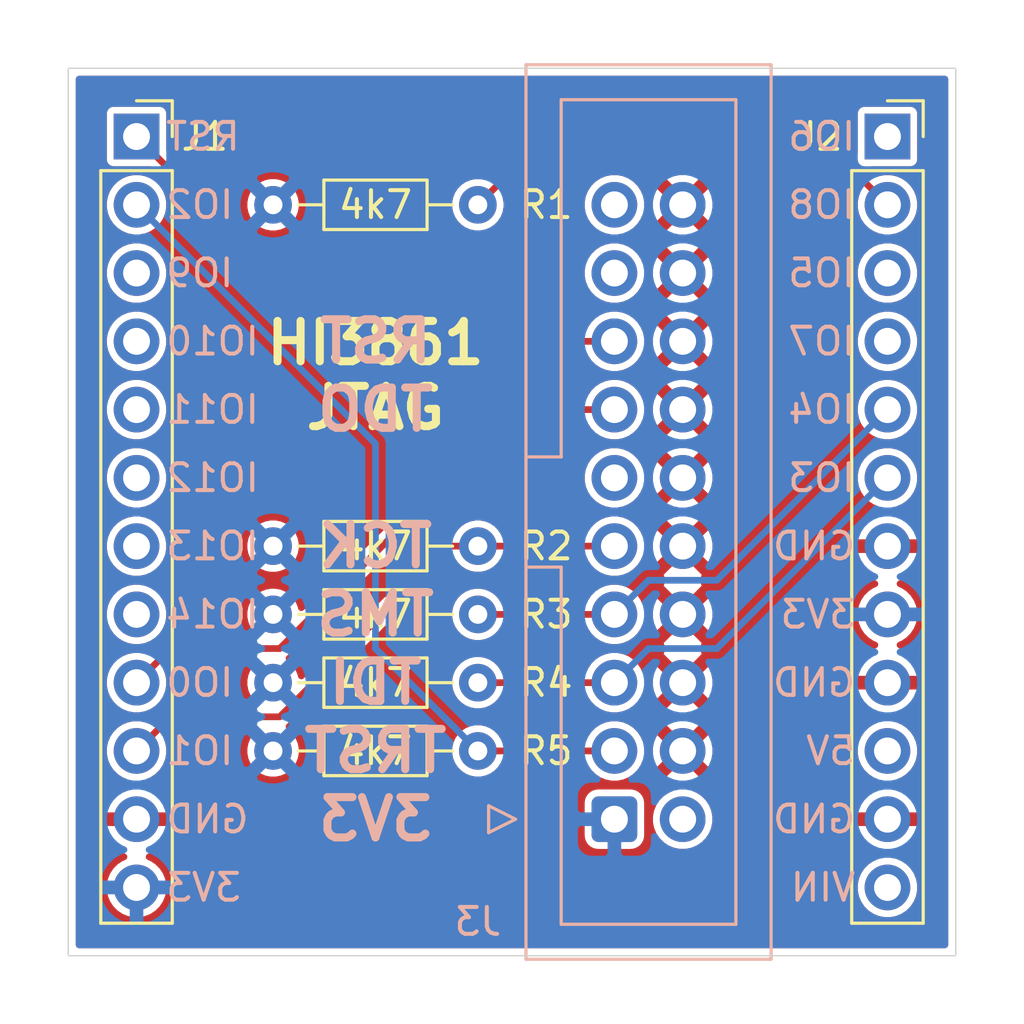
<source format=kicad_pcb>
(kicad_pcb (version 20171130) (host pcbnew 5.1.9+dfsg1-1)

  (general
    (thickness 1.6)
    (drawings 36)
    (tracks 26)
    (zones 0)
    (modules 8)
    (nets 25)
  )

  (page A4)
  (layers
    (0 F.Cu signal)
    (31 B.Cu signal)
    (32 B.Adhes user)
    (33 F.Adhes user)
    (34 B.Paste user)
    (35 F.Paste user)
    (36 B.SilkS user)
    (37 F.SilkS user)
    (38 B.Mask user)
    (39 F.Mask user)
    (40 Dwgs.User user)
    (41 Cmts.User user)
    (42 Eco1.User user)
    (43 Eco2.User user)
    (44 Edge.Cuts user)
    (45 Margin user)
    (46 B.CrtYd user)
    (47 F.CrtYd user)
    (48 B.Fab user)
    (49 F.Fab user)
  )

  (setup
    (last_trace_width 0.25)
    (trace_clearance 0.2)
    (zone_clearance 0.254)
    (zone_45_only no)
    (trace_min 0.2)
    (via_size 0.8)
    (via_drill 0.4)
    (via_min_size 0.4)
    (via_min_drill 0.3)
    (uvia_size 0.3)
    (uvia_drill 0.1)
    (uvias_allowed no)
    (uvia_min_size 0.2)
    (uvia_min_drill 0.1)
    (edge_width 0.05)
    (segment_width 0.2)
    (pcb_text_width 0.3)
    (pcb_text_size 1.5 1.5)
    (mod_edge_width 0.12)
    (mod_text_size 1 1)
    (mod_text_width 0.15)
    (pad_size 1.524 1.524)
    (pad_drill 0.762)
    (pad_to_mask_clearance 0)
    (aux_axis_origin 0 0)
    (visible_elements FFFFFF7F)
    (pcbplotparams
      (layerselection 0x010fc_ffffffff)
      (usegerberextensions false)
      (usegerberattributes true)
      (usegerberadvancedattributes true)
      (creategerberjobfile true)
      (excludeedgelayer true)
      (linewidth 0.100000)
      (plotframeref false)
      (viasonmask false)
      (mode 1)
      (useauxorigin false)
      (hpglpennumber 1)
      (hpglpenspeed 20)
      (hpglpendiameter 15.000000)
      (psnegative false)
      (psa4output false)
      (plotreference true)
      (plotvalue true)
      (plotinvisibletext false)
      (padsonsilk false)
      (subtractmaskfromsilk false)
      (outputformat 1)
      (mirror false)
      (drillshape 1)
      (scaleselection 1)
      (outputdirectory ""))
  )

  (net 0 "")
  (net 1 +3V3)
  (net 2 GND)
  (net 3 TCK)
  (net 4 TDO)
  (net 5 /IO14)
  (net 6 /IO13)
  (net 7 /IO12)
  (net 8 /IO11)
  (net 9 /IO10)
  (net 10 /IO9)
  (net 11 TRST)
  (net 12 RST)
  (net 13 /VIN)
  (net 14 +5V)
  (net 15 TDI)
  (net 16 TMS)
  (net 17 /IO7)
  (net 18 /IO5)
  (net 19 JTAG_EN)
  (net 20 JTAG_MODE)
  (net 21 "Net-(J3-Pad2)")
  (net 22 "Net-(J3-Pad19)")
  (net 23 "Net-(J3-Pad17)")
  (net 24 "Net-(J3-Pad11)")

  (net_class Default "This is the default net class."
    (clearance 0.2)
    (trace_width 0.25)
    (via_dia 0.8)
    (via_drill 0.4)
    (uvia_dia 0.3)
    (uvia_drill 0.1)
    (add_net +3V3)
    (add_net +5V)
    (add_net /IO10)
    (add_net /IO11)
    (add_net /IO12)
    (add_net /IO13)
    (add_net /IO14)
    (add_net /IO5)
    (add_net /IO7)
    (add_net /IO9)
    (add_net /VIN)
    (add_net GND)
    (add_net JTAG_EN)
    (add_net JTAG_MODE)
    (add_net "Net-(J3-Pad11)")
    (add_net "Net-(J3-Pad17)")
    (add_net "Net-(J3-Pad19)")
    (add_net "Net-(J3-Pad2)")
    (add_net RST)
    (add_net TCK)
    (add_net TDI)
    (add_net TDO)
    (add_net TMS)
    (add_net TRST)
  )

  (module Connector_PinSocket_2.54mm:PinSocket_1x12_P2.54mm_Vertical (layer F.Cu) (tedit 5A19A41D) (tstamp 620D3DD2)
    (at 95.25 54.61)
    (descr "Through hole straight socket strip, 1x12, 2.54mm pitch, single row (from Kicad 4.0.7), script generated")
    (tags "Through hole socket strip THT 1x12 2.54mm single row")
    (path /620CDB54)
    (fp_text reference J1 (at 2.54 0) (layer F.SilkS)
      (effects (font (size 1 1) (thickness 0.15)))
    )
    (fp_text value Conn_01x12 (at 0 30.71) (layer F.Fab)
      (effects (font (size 1 1) (thickness 0.15)))
    )
    (fp_line (start -1.27 -1.27) (end 0.635 -1.27) (layer F.Fab) (width 0.1))
    (fp_line (start 0.635 -1.27) (end 1.27 -0.635) (layer F.Fab) (width 0.1))
    (fp_line (start 1.27 -0.635) (end 1.27 29.21) (layer F.Fab) (width 0.1))
    (fp_line (start 1.27 29.21) (end -1.27 29.21) (layer F.Fab) (width 0.1))
    (fp_line (start -1.27 29.21) (end -1.27 -1.27) (layer F.Fab) (width 0.1))
    (fp_line (start -1.33 1.27) (end 1.33 1.27) (layer F.SilkS) (width 0.12))
    (fp_line (start -1.33 1.27) (end -1.33 29.27) (layer F.SilkS) (width 0.12))
    (fp_line (start -1.33 29.27) (end 1.33 29.27) (layer F.SilkS) (width 0.12))
    (fp_line (start 1.33 1.27) (end 1.33 29.27) (layer F.SilkS) (width 0.12))
    (fp_line (start 1.33 -1.33) (end 1.33 0) (layer F.SilkS) (width 0.12))
    (fp_line (start 0 -1.33) (end 1.33 -1.33) (layer F.SilkS) (width 0.12))
    (fp_line (start -1.8 -1.8) (end 1.75 -1.8) (layer F.CrtYd) (width 0.05))
    (fp_line (start 1.75 -1.8) (end 1.75 29.7) (layer F.CrtYd) (width 0.05))
    (fp_line (start 1.75 29.7) (end -1.8 29.7) (layer F.CrtYd) (width 0.05))
    (fp_line (start -1.8 29.7) (end -1.8 -1.8) (layer F.CrtYd) (width 0.05))
    (fp_text user %R (at 0 13.97 90) (layer F.Fab)
      (effects (font (size 1 1) (thickness 0.15)))
    )
    (pad 12 thru_hole oval (at 0 27.94) (size 1.7 1.7) (drill 1) (layers *.Cu *.Mask)
      (net 1 +3V3))
    (pad 11 thru_hole oval (at 0 25.4) (size 1.7 1.7) (drill 1) (layers *.Cu *.Mask)
      (net 2 GND))
    (pad 10 thru_hole oval (at 0 22.86) (size 1.7 1.7) (drill 1) (layers *.Cu *.Mask)
      (net 3 TCK))
    (pad 9 thru_hole oval (at 0 20.32) (size 1.7 1.7) (drill 1) (layers *.Cu *.Mask)
      (net 4 TDO))
    (pad 8 thru_hole oval (at 0 17.78) (size 1.7 1.7) (drill 1) (layers *.Cu *.Mask)
      (net 5 /IO14))
    (pad 7 thru_hole oval (at 0 15.24) (size 1.7 1.7) (drill 1) (layers *.Cu *.Mask)
      (net 6 /IO13))
    (pad 6 thru_hole oval (at 0 12.7) (size 1.7 1.7) (drill 1) (layers *.Cu *.Mask)
      (net 7 /IO12))
    (pad 5 thru_hole oval (at 0 10.16) (size 1.7 1.7) (drill 1) (layers *.Cu *.Mask)
      (net 8 /IO11))
    (pad 4 thru_hole oval (at 0 7.62) (size 1.7 1.7) (drill 1) (layers *.Cu *.Mask)
      (net 9 /IO10))
    (pad 3 thru_hole oval (at 0 5.08) (size 1.7 1.7) (drill 1) (layers *.Cu *.Mask)
      (net 10 /IO9))
    (pad 2 thru_hole oval (at 0 2.54) (size 1.7 1.7) (drill 1) (layers *.Cu *.Mask)
      (net 11 TRST))
    (pad 1 thru_hole rect (at 0 0) (size 1.7 1.7) (drill 1) (layers *.Cu *.Mask)
      (net 12 RST))
    (model ${KISYS3DMOD}/Connector_PinSocket_2.54mm.3dshapes/PinSocket_1x12_P2.54mm_Vertical.wrl
      (at (xyz 0 0 0))
      (scale (xyz 1 1 1))
      (rotate (xyz 0 0 0))
    )
  )

  (module Resistor_THT:R_Axial_DIN0204_L3.6mm_D1.6mm_P7.62mm_Horizontal (layer F.Cu) (tedit 5AE5139B) (tstamp 620D3EB6)
    (at 100.33 72.39)
    (descr "Resistor, Axial_DIN0204 series, Axial, Horizontal, pin pitch=7.62mm, 0.167W, length*diameter=3.6*1.6mm^2, http://cdn-reichelt.de/documents/datenblatt/B400/1_4W%23YAG.pdf")
    (tags "Resistor Axial_DIN0204 series Axial Horizontal pin pitch 7.62mm 0.167W length 3.6mm diameter 1.6mm")
    (path /62103285)
    (fp_text reference R3 (at 10.16 0) (layer F.SilkS)
      (effects (font (size 1 1) (thickness 0.15)))
    )
    (fp_text value 4k7 (at 3.81 0) (layer F.SilkS)
      (effects (font (size 1 1) (thickness 0.15)))
    )
    (fp_line (start 2.01 -0.8) (end 2.01 0.8) (layer F.Fab) (width 0.1))
    (fp_line (start 2.01 0.8) (end 5.61 0.8) (layer F.Fab) (width 0.1))
    (fp_line (start 5.61 0.8) (end 5.61 -0.8) (layer F.Fab) (width 0.1))
    (fp_line (start 5.61 -0.8) (end 2.01 -0.8) (layer F.Fab) (width 0.1))
    (fp_line (start 0 0) (end 2.01 0) (layer F.Fab) (width 0.1))
    (fp_line (start 7.62 0) (end 5.61 0) (layer F.Fab) (width 0.1))
    (fp_line (start 1.89 -0.92) (end 1.89 0.92) (layer F.SilkS) (width 0.12))
    (fp_line (start 1.89 0.92) (end 5.73 0.92) (layer F.SilkS) (width 0.12))
    (fp_line (start 5.73 0.92) (end 5.73 -0.92) (layer F.SilkS) (width 0.12))
    (fp_line (start 5.73 -0.92) (end 1.89 -0.92) (layer F.SilkS) (width 0.12))
    (fp_line (start 0.94 0) (end 1.89 0) (layer F.SilkS) (width 0.12))
    (fp_line (start 6.68 0) (end 5.73 0) (layer F.SilkS) (width 0.12))
    (fp_line (start -0.95 -1.05) (end -0.95 1.05) (layer F.CrtYd) (width 0.05))
    (fp_line (start -0.95 1.05) (end 8.57 1.05) (layer F.CrtYd) (width 0.05))
    (fp_line (start 8.57 1.05) (end 8.57 -1.05) (layer F.CrtYd) (width 0.05))
    (fp_line (start 8.57 -1.05) (end -0.95 -1.05) (layer F.CrtYd) (width 0.05))
    (fp_text user %R (at 3.81 0) (layer F.Fab)
      (effects (font (size 0.72 0.72) (thickness 0.108)))
    )
    (pad 2 thru_hole oval (at 7.62 0) (size 1.4 1.4) (drill 0.7) (layers *.Cu *.Mask)
      (net 16 TMS))
    (pad 1 thru_hole circle (at 0 0) (size 1.4 1.4) (drill 0.7) (layers *.Cu *.Mask)
      (net 1 +3V3))
    (model ${KISYS3DMOD}/Resistor_THT.3dshapes/R_Axial_DIN0204_L3.6mm_D1.6mm_P7.62mm_Horizontal.wrl
      (at (xyz 0 0 0))
      (scale (xyz 1 1 1))
      (rotate (xyz 0 0 0))
    )
  )

  (module Resistor_THT:R_Axial_DIN0204_L3.6mm_D1.6mm_P7.62mm_Horizontal (layer F.Cu) (tedit 5AE5139B) (tstamp 621D23F9)
    (at 100.33 74.93)
    (descr "Resistor, Axial_DIN0204 series, Axial, Horizontal, pin pitch=7.62mm, 0.167W, length*diameter=3.6*1.6mm^2, http://cdn-reichelt.de/documents/datenblatt/B400/1_4W%23YAG.pdf")
    (tags "Resistor Axial_DIN0204 series Axial Horizontal pin pitch 7.62mm 0.167W length 3.6mm diameter 1.6mm")
    (path /6210204F)
    (fp_text reference R4 (at 10.16 0) (layer F.SilkS)
      (effects (font (size 1 1) (thickness 0.15)))
    )
    (fp_text value 4k7 (at 3.81 0) (layer F.SilkS)
      (effects (font (size 1 1) (thickness 0.15)))
    )
    (fp_line (start 2.01 -0.8) (end 2.01 0.8) (layer F.Fab) (width 0.1))
    (fp_line (start 2.01 0.8) (end 5.61 0.8) (layer F.Fab) (width 0.1))
    (fp_line (start 5.61 0.8) (end 5.61 -0.8) (layer F.Fab) (width 0.1))
    (fp_line (start 5.61 -0.8) (end 2.01 -0.8) (layer F.Fab) (width 0.1))
    (fp_line (start 0 0) (end 2.01 0) (layer F.Fab) (width 0.1))
    (fp_line (start 7.62 0) (end 5.61 0) (layer F.Fab) (width 0.1))
    (fp_line (start 1.89 -0.92) (end 1.89 0.92) (layer F.SilkS) (width 0.12))
    (fp_line (start 1.89 0.92) (end 5.73 0.92) (layer F.SilkS) (width 0.12))
    (fp_line (start 5.73 0.92) (end 5.73 -0.92) (layer F.SilkS) (width 0.12))
    (fp_line (start 5.73 -0.92) (end 1.89 -0.92) (layer F.SilkS) (width 0.12))
    (fp_line (start 0.94 0) (end 1.89 0) (layer F.SilkS) (width 0.12))
    (fp_line (start 6.68 0) (end 5.73 0) (layer F.SilkS) (width 0.12))
    (fp_line (start -0.95 -1.05) (end -0.95 1.05) (layer F.CrtYd) (width 0.05))
    (fp_line (start -0.95 1.05) (end 8.57 1.05) (layer F.CrtYd) (width 0.05))
    (fp_line (start 8.57 1.05) (end 8.57 -1.05) (layer F.CrtYd) (width 0.05))
    (fp_line (start 8.57 -1.05) (end -0.95 -1.05) (layer F.CrtYd) (width 0.05))
    (fp_text user %R (at 3.81 0) (layer F.Fab)
      (effects (font (size 0.72 0.72) (thickness 0.108)))
    )
    (pad 2 thru_hole oval (at 7.62 0) (size 1.4 1.4) (drill 0.7) (layers *.Cu *.Mask)
      (net 15 TDI))
    (pad 1 thru_hole circle (at 0 0) (size 1.4 1.4) (drill 0.7) (layers *.Cu *.Mask)
      (net 1 +3V3))
    (model ${KISYS3DMOD}/Resistor_THT.3dshapes/R_Axial_DIN0204_L3.6mm_D1.6mm_P7.62mm_Horizontal.wrl
      (at (xyz 0 0 0))
      (scale (xyz 1 1 1))
      (rotate (xyz 0 0 0))
    )
  )

  (module Resistor_THT:R_Axial_DIN0204_L3.6mm_D1.6mm_P7.62mm_Horizontal (layer F.Cu) (tedit 5AE5139B) (tstamp 620D3E88)
    (at 100.33 77.47)
    (descr "Resistor, Axial_DIN0204 series, Axial, Horizontal, pin pitch=7.62mm, 0.167W, length*diameter=3.6*1.6mm^2, http://cdn-reichelt.de/documents/datenblatt/B400/1_4W%23YAG.pdf")
    (tags "Resistor Axial_DIN0204 series Axial Horizontal pin pitch 7.62mm 0.167W length 3.6mm diameter 1.6mm")
    (path /62101081)
    (fp_text reference R5 (at 10.16 0) (layer F.SilkS)
      (effects (font (size 1 1) (thickness 0.15)))
    )
    (fp_text value 4k7 (at 3.81 0) (layer F.SilkS)
      (effects (font (size 1 1) (thickness 0.15)))
    )
    (fp_line (start 2.01 -0.8) (end 2.01 0.8) (layer F.Fab) (width 0.1))
    (fp_line (start 2.01 0.8) (end 5.61 0.8) (layer F.Fab) (width 0.1))
    (fp_line (start 5.61 0.8) (end 5.61 -0.8) (layer F.Fab) (width 0.1))
    (fp_line (start 5.61 -0.8) (end 2.01 -0.8) (layer F.Fab) (width 0.1))
    (fp_line (start 0 0) (end 2.01 0) (layer F.Fab) (width 0.1))
    (fp_line (start 7.62 0) (end 5.61 0) (layer F.Fab) (width 0.1))
    (fp_line (start 1.89 -0.92) (end 1.89 0.92) (layer F.SilkS) (width 0.12))
    (fp_line (start 1.89 0.92) (end 5.73 0.92) (layer F.SilkS) (width 0.12))
    (fp_line (start 5.73 0.92) (end 5.73 -0.92) (layer F.SilkS) (width 0.12))
    (fp_line (start 5.73 -0.92) (end 1.89 -0.92) (layer F.SilkS) (width 0.12))
    (fp_line (start 0.94 0) (end 1.89 0) (layer F.SilkS) (width 0.12))
    (fp_line (start 6.68 0) (end 5.73 0) (layer F.SilkS) (width 0.12))
    (fp_line (start -0.95 -1.05) (end -0.95 1.05) (layer F.CrtYd) (width 0.05))
    (fp_line (start -0.95 1.05) (end 8.57 1.05) (layer F.CrtYd) (width 0.05))
    (fp_line (start 8.57 1.05) (end 8.57 -1.05) (layer F.CrtYd) (width 0.05))
    (fp_line (start 8.57 -1.05) (end -0.95 -1.05) (layer F.CrtYd) (width 0.05))
    (fp_text user %R (at 3.81 0) (layer F.Fab)
      (effects (font (size 0.72 0.72) (thickness 0.108)))
    )
    (pad 2 thru_hole oval (at 7.62 0) (size 1.4 1.4) (drill 0.7) (layers *.Cu *.Mask)
      (net 11 TRST))
    (pad 1 thru_hole circle (at 0 0) (size 1.4 1.4) (drill 0.7) (layers *.Cu *.Mask)
      (net 1 +3V3))
    (model ${KISYS3DMOD}/Resistor_THT.3dshapes/R_Axial_DIN0204_L3.6mm_D1.6mm_P7.62mm_Horizontal.wrl
      (at (xyz 0 0 0))
      (scale (xyz 1 1 1))
      (rotate (xyz 0 0 0))
    )
  )

  (module Resistor_THT:R_Axial_DIN0204_L3.6mm_D1.6mm_P7.62mm_Horizontal (layer F.Cu) (tedit 5AE5139B) (tstamp 620D482C)
    (at 100.33 69.85)
    (descr "Resistor, Axial_DIN0204 series, Axial, Horizontal, pin pitch=7.62mm, 0.167W, length*diameter=3.6*1.6mm^2, http://cdn-reichelt.de/documents/datenblatt/B400/1_4W%23YAG.pdf")
    (tags "Resistor Axial_DIN0204 series Axial Horizontal pin pitch 7.62mm 0.167W length 3.6mm diameter 1.6mm")
    (path /62100339)
    (fp_text reference R2 (at 10.16 0) (layer F.SilkS)
      (effects (font (size 1 1) (thickness 0.15)))
    )
    (fp_text value 4k7 (at 3.81 0) (layer F.SilkS)
      (effects (font (size 1 1) (thickness 0.15)))
    )
    (fp_line (start 2.01 -0.8) (end 2.01 0.8) (layer F.Fab) (width 0.1))
    (fp_line (start 2.01 0.8) (end 5.61 0.8) (layer F.Fab) (width 0.1))
    (fp_line (start 5.61 0.8) (end 5.61 -0.8) (layer F.Fab) (width 0.1))
    (fp_line (start 5.61 -0.8) (end 2.01 -0.8) (layer F.Fab) (width 0.1))
    (fp_line (start 0 0) (end 2.01 0) (layer F.Fab) (width 0.1))
    (fp_line (start 7.62 0) (end 5.61 0) (layer F.Fab) (width 0.1))
    (fp_line (start 1.89 -0.92) (end 1.89 0.92) (layer F.SilkS) (width 0.12))
    (fp_line (start 1.89 0.92) (end 5.73 0.92) (layer F.SilkS) (width 0.12))
    (fp_line (start 5.73 0.92) (end 5.73 -0.92) (layer F.SilkS) (width 0.12))
    (fp_line (start 5.73 -0.92) (end 1.89 -0.92) (layer F.SilkS) (width 0.12))
    (fp_line (start 0.94 0) (end 1.89 0) (layer F.SilkS) (width 0.12))
    (fp_line (start 6.68 0) (end 5.73 0) (layer F.SilkS) (width 0.12))
    (fp_line (start -0.95 -1.05) (end -0.95 1.05) (layer F.CrtYd) (width 0.05))
    (fp_line (start -0.95 1.05) (end 8.57 1.05) (layer F.CrtYd) (width 0.05))
    (fp_line (start 8.57 1.05) (end 8.57 -1.05) (layer F.CrtYd) (width 0.05))
    (fp_line (start 8.57 -1.05) (end -0.95 -1.05) (layer F.CrtYd) (width 0.05))
    (fp_text user %R (at 3.81 0) (layer F.Fab)
      (effects (font (size 0.72 0.72) (thickness 0.108)))
    )
    (pad 2 thru_hole oval (at 7.62 0) (size 1.4 1.4) (drill 0.7) (layers *.Cu *.Mask)
      (net 3 TCK))
    (pad 1 thru_hole circle (at 0 0) (size 1.4 1.4) (drill 0.7) (layers *.Cu *.Mask)
      (net 1 +3V3))
    (model ${KISYS3DMOD}/Resistor_THT.3dshapes/R_Axial_DIN0204_L3.6mm_D1.6mm_P7.62mm_Horizontal.wrl
      (at (xyz 0 0 0))
      (scale (xyz 1 1 1))
      (rotate (xyz 0 0 0))
    )
  )

  (module Resistor_THT:R_Axial_DIN0204_L3.6mm_D1.6mm_P7.62mm_Horizontal (layer F.Cu) (tedit 5AE5139B) (tstamp 621CCAEB)
    (at 100.33 57.15)
    (descr "Resistor, Axial_DIN0204 series, Axial, Horizontal, pin pitch=7.62mm, 0.167W, length*diameter=3.6*1.6mm^2, http://cdn-reichelt.de/documents/datenblatt/B400/1_4W%23YAG.pdf")
    (tags "Resistor Axial_DIN0204 series Axial Horizontal pin pitch 7.62mm 0.167W length 3.6mm diameter 1.6mm")
    (path /620F91EC)
    (fp_text reference R1 (at 10.16 0) (layer F.SilkS)
      (effects (font (size 1 1) (thickness 0.15)))
    )
    (fp_text value 4k7 (at 3.81 0) (layer F.SilkS)
      (effects (font (size 1 1) (thickness 0.15)))
    )
    (fp_line (start 2.01 -0.8) (end 2.01 0.8) (layer F.Fab) (width 0.1))
    (fp_line (start 2.01 0.8) (end 5.61 0.8) (layer F.Fab) (width 0.1))
    (fp_line (start 5.61 0.8) (end 5.61 -0.8) (layer F.Fab) (width 0.1))
    (fp_line (start 5.61 -0.8) (end 2.01 -0.8) (layer F.Fab) (width 0.1))
    (fp_line (start 0 0) (end 2.01 0) (layer F.Fab) (width 0.1))
    (fp_line (start 7.62 0) (end 5.61 0) (layer F.Fab) (width 0.1))
    (fp_line (start 1.89 -0.92) (end 1.89 0.92) (layer F.SilkS) (width 0.12))
    (fp_line (start 1.89 0.92) (end 5.73 0.92) (layer F.SilkS) (width 0.12))
    (fp_line (start 5.73 0.92) (end 5.73 -0.92) (layer F.SilkS) (width 0.12))
    (fp_line (start 5.73 -0.92) (end 1.89 -0.92) (layer F.SilkS) (width 0.12))
    (fp_line (start 0.94 0) (end 1.89 0) (layer F.SilkS) (width 0.12))
    (fp_line (start 6.68 0) (end 5.73 0) (layer F.SilkS) (width 0.12))
    (fp_line (start -0.95 -1.05) (end -0.95 1.05) (layer F.CrtYd) (width 0.05))
    (fp_line (start -0.95 1.05) (end 8.57 1.05) (layer F.CrtYd) (width 0.05))
    (fp_line (start 8.57 1.05) (end 8.57 -1.05) (layer F.CrtYd) (width 0.05))
    (fp_line (start 8.57 -1.05) (end -0.95 -1.05) (layer F.CrtYd) (width 0.05))
    (fp_text user %R (at 3.81 0) (layer F.Fab)
      (effects (font (size 0.72 0.72) (thickness 0.108)))
    )
    (pad 2 thru_hole oval (at 7.62 0) (size 1.4 1.4) (drill 0.7) (layers *.Cu *.Mask)
      (net 19 JTAG_EN))
    (pad 1 thru_hole circle (at 0 0) (size 1.4 1.4) (drill 0.7) (layers *.Cu *.Mask)
      (net 1 +3V3))
    (model ${KISYS3DMOD}/Resistor_THT.3dshapes/R_Axial_DIN0204_L3.6mm_D1.6mm_P7.62mm_Horizontal.wrl
      (at (xyz 0 0 0))
      (scale (xyz 1 1 1))
      (rotate (xyz 0 0 0))
    )
  )

  (module Connector_IDC:IDC-Header_2x10_P2.54mm_Vertical (layer B.Cu) (tedit 5EAC9A07) (tstamp 620D45AD)
    (at 113.03 80.01)
    (descr "Through hole IDC box header, 2x10, 2.54mm pitch, DIN 41651 / IEC 60603-13, double rows, https://docs.google.com/spreadsheets/d/16SsEcesNF15N3Lb4niX7dcUr-NY5_MFPQhobNuNppn4/edit#gid=0")
    (tags "Through hole vertical IDC box header THT 2x10 2.54mm double row")
    (path /620D0B3D)
    (fp_text reference J3 (at -5.08 3.81 180) (layer B.SilkS)
      (effects (font (size 1 1) (thickness 0.15)) (justify mirror))
    )
    (fp_text value Conn_ARM_JTAG_SWD_20 (at 1.27 -28.96 180) (layer B.Fab)
      (effects (font (size 1 1) (thickness 0.15)) (justify mirror))
    )
    (fp_line (start -3.18 4.1) (end -2.18 5.1) (layer B.Fab) (width 0.1))
    (fp_line (start -2.18 5.1) (end 5.72 5.1) (layer B.Fab) (width 0.1))
    (fp_line (start 5.72 5.1) (end 5.72 -27.96) (layer B.Fab) (width 0.1))
    (fp_line (start 5.72 -27.96) (end -3.18 -27.96) (layer B.Fab) (width 0.1))
    (fp_line (start -3.18 -27.96) (end -3.18 4.1) (layer B.Fab) (width 0.1))
    (fp_line (start -3.18 -9.38) (end -1.98 -9.38) (layer B.Fab) (width 0.1))
    (fp_line (start -1.98 -9.38) (end -1.98 3.91) (layer B.Fab) (width 0.1))
    (fp_line (start -1.98 3.91) (end 4.52 3.91) (layer B.Fab) (width 0.1))
    (fp_line (start 4.52 3.91) (end 4.52 -26.77) (layer B.Fab) (width 0.1))
    (fp_line (start 4.52 -26.77) (end -1.98 -26.77) (layer B.Fab) (width 0.1))
    (fp_line (start -1.98 -26.77) (end -1.98 -13.48) (layer B.Fab) (width 0.1))
    (fp_line (start -1.98 -13.48) (end -1.98 -13.48) (layer B.Fab) (width 0.1))
    (fp_line (start -1.98 -13.48) (end -3.18 -13.48) (layer B.Fab) (width 0.1))
    (fp_line (start -3.29 5.21) (end 5.83 5.21) (layer B.SilkS) (width 0.12))
    (fp_line (start 5.83 5.21) (end 5.83 -28.07) (layer B.SilkS) (width 0.12))
    (fp_line (start 5.83 -28.07) (end -3.29 -28.07) (layer B.SilkS) (width 0.12))
    (fp_line (start -3.29 -28.07) (end -3.29 5.21) (layer B.SilkS) (width 0.12))
    (fp_line (start -3.29 -9.38) (end -1.98 -9.38) (layer B.SilkS) (width 0.12))
    (fp_line (start -1.98 -9.38) (end -1.98 3.91) (layer B.SilkS) (width 0.12))
    (fp_line (start -1.98 3.91) (end 4.52 3.91) (layer B.SilkS) (width 0.12))
    (fp_line (start 4.52 3.91) (end 4.52 -26.77) (layer B.SilkS) (width 0.12))
    (fp_line (start 4.52 -26.77) (end -1.98 -26.77) (layer B.SilkS) (width 0.12))
    (fp_line (start -1.98 -26.77) (end -1.98 -13.48) (layer B.SilkS) (width 0.12))
    (fp_line (start -1.98 -13.48) (end -1.98 -13.48) (layer B.SilkS) (width 0.12))
    (fp_line (start -1.98 -13.48) (end -3.29 -13.48) (layer B.SilkS) (width 0.12))
    (fp_line (start -3.68 0) (end -4.68 0.5) (layer B.SilkS) (width 0.12))
    (fp_line (start -4.68 0.5) (end -4.68 -0.5) (layer B.SilkS) (width 0.12))
    (fp_line (start -4.68 -0.5) (end -3.68 0) (layer B.SilkS) (width 0.12))
    (fp_line (start -3.68 5.6) (end -3.68 -28.46) (layer B.CrtYd) (width 0.05))
    (fp_line (start -3.68 -28.46) (end 6.22 -28.46) (layer B.CrtYd) (width 0.05))
    (fp_line (start 6.22 -28.46) (end 6.22 5.6) (layer B.CrtYd) (width 0.05))
    (fp_line (start 6.22 5.6) (end -3.68 5.6) (layer B.CrtYd) (width 0.05))
    (fp_text user %R (at 1.27 -11.43 -270) (layer B.Fab)
      (effects (font (size 1 1) (thickness 0.15)) (justify mirror))
    )
    (pad 20 thru_hole circle (at 2.54 -22.86) (size 1.7 1.7) (drill 1) (layers *.Cu *.Mask)
      (net 2 GND))
    (pad 18 thru_hole circle (at 2.54 -20.32) (size 1.7 1.7) (drill 1) (layers *.Cu *.Mask)
      (net 2 GND))
    (pad 16 thru_hole circle (at 2.54 -17.78) (size 1.7 1.7) (drill 1) (layers *.Cu *.Mask)
      (net 2 GND))
    (pad 14 thru_hole circle (at 2.54 -15.24) (size 1.7 1.7) (drill 1) (layers *.Cu *.Mask)
      (net 2 GND))
    (pad 12 thru_hole circle (at 2.54 -12.7) (size 1.7 1.7) (drill 1) (layers *.Cu *.Mask)
      (net 2 GND))
    (pad 10 thru_hole circle (at 2.54 -10.16) (size 1.7 1.7) (drill 1) (layers *.Cu *.Mask)
      (net 2 GND))
    (pad 8 thru_hole circle (at 2.54 -7.62) (size 1.7 1.7) (drill 1) (layers *.Cu *.Mask)
      (net 2 GND))
    (pad 6 thru_hole circle (at 2.54 -5.08) (size 1.7 1.7) (drill 1) (layers *.Cu *.Mask)
      (net 2 GND))
    (pad 4 thru_hole circle (at 2.54 -2.54) (size 1.7 1.7) (drill 1) (layers *.Cu *.Mask)
      (net 2 GND))
    (pad 2 thru_hole circle (at 2.54 0) (size 1.7 1.7) (drill 1) (layers *.Cu *.Mask)
      (net 21 "Net-(J3-Pad2)"))
    (pad 19 thru_hole circle (at 0 -22.86) (size 1.7 1.7) (drill 1) (layers *.Cu *.Mask)
      (net 22 "Net-(J3-Pad19)"))
    (pad 17 thru_hole circle (at 0 -20.32) (size 1.7 1.7) (drill 1) (layers *.Cu *.Mask)
      (net 23 "Net-(J3-Pad17)"))
    (pad 15 thru_hole circle (at 0 -17.78) (size 1.7 1.7) (drill 1) (layers *.Cu *.Mask)
      (net 12 RST))
    (pad 13 thru_hole circle (at 0 -15.24) (size 1.7 1.7) (drill 1) (layers *.Cu *.Mask)
      (net 4 TDO))
    (pad 11 thru_hole circle (at 0 -12.7) (size 1.7 1.7) (drill 1) (layers *.Cu *.Mask)
      (net 24 "Net-(J3-Pad11)"))
    (pad 9 thru_hole circle (at 0 -10.16) (size 1.7 1.7) (drill 1) (layers *.Cu *.Mask)
      (net 3 TCK))
    (pad 7 thru_hole circle (at 0 -7.62) (size 1.7 1.7) (drill 1) (layers *.Cu *.Mask)
      (net 16 TMS))
    (pad 5 thru_hole circle (at 0 -5.08) (size 1.7 1.7) (drill 1) (layers *.Cu *.Mask)
      (net 15 TDI))
    (pad 3 thru_hole circle (at 0 -2.54) (size 1.7 1.7) (drill 1) (layers *.Cu *.Mask)
      (net 11 TRST))
    (pad 1 thru_hole roundrect (at 0 0) (size 1.7 1.7) (drill 1) (layers *.Cu *.Mask) (roundrect_rratio 0.147059)
      (net 1 +3V3))
    (model ${KISYS3DMOD}/Connector_IDC.3dshapes/IDC-Header_2x10_P2.54mm_Vertical.wrl
      (at (xyz 0 0 0))
      (scale (xyz 1 1 1))
      (rotate (xyz 0 0 0))
    )
  )

  (module Connector_PinSocket_2.54mm:PinSocket_1x12_P2.54mm_Vertical (layer F.Cu) (tedit 5A19A41D) (tstamp 620D3DF2)
    (at 123.19 54.61)
    (descr "Through hole straight socket strip, 1x12, 2.54mm pitch, single row (from Kicad 4.0.7), script generated")
    (tags "Through hole socket strip THT 1x12 2.54mm single row")
    (path /620CFCDB)
    (fp_text reference J2 (at -2.54 0) (layer F.SilkS)
      (effects (font (size 1 1) (thickness 0.15)))
    )
    (fp_text value Conn_01x12 (at 0 30.71) (layer F.Fab)
      (effects (font (size 1 1) (thickness 0.15)))
    )
    (fp_line (start -1.27 -1.27) (end 0.635 -1.27) (layer F.Fab) (width 0.1))
    (fp_line (start 0.635 -1.27) (end 1.27 -0.635) (layer F.Fab) (width 0.1))
    (fp_line (start 1.27 -0.635) (end 1.27 29.21) (layer F.Fab) (width 0.1))
    (fp_line (start 1.27 29.21) (end -1.27 29.21) (layer F.Fab) (width 0.1))
    (fp_line (start -1.27 29.21) (end -1.27 -1.27) (layer F.Fab) (width 0.1))
    (fp_line (start -1.33 1.27) (end 1.33 1.27) (layer F.SilkS) (width 0.12))
    (fp_line (start -1.33 1.27) (end -1.33 29.27) (layer F.SilkS) (width 0.12))
    (fp_line (start -1.33 29.27) (end 1.33 29.27) (layer F.SilkS) (width 0.12))
    (fp_line (start 1.33 1.27) (end 1.33 29.27) (layer F.SilkS) (width 0.12))
    (fp_line (start 1.33 -1.33) (end 1.33 0) (layer F.SilkS) (width 0.12))
    (fp_line (start 0 -1.33) (end 1.33 -1.33) (layer F.SilkS) (width 0.12))
    (fp_line (start -1.8 -1.8) (end 1.75 -1.8) (layer F.CrtYd) (width 0.05))
    (fp_line (start 1.75 -1.8) (end 1.75 29.7) (layer F.CrtYd) (width 0.05))
    (fp_line (start 1.75 29.7) (end -1.8 29.7) (layer F.CrtYd) (width 0.05))
    (fp_line (start -1.8 29.7) (end -1.8 -1.8) (layer F.CrtYd) (width 0.05))
    (fp_text user %R (at 0 13.97 90) (layer F.Fab)
      (effects (font (size 1 1) (thickness 0.15)))
    )
    (pad 12 thru_hole oval (at 0 27.94) (size 1.7 1.7) (drill 1) (layers *.Cu *.Mask)
      (net 13 /VIN))
    (pad 11 thru_hole oval (at 0 25.4) (size 1.7 1.7) (drill 1) (layers *.Cu *.Mask)
      (net 2 GND))
    (pad 10 thru_hole oval (at 0 22.86) (size 1.7 1.7) (drill 1) (layers *.Cu *.Mask)
      (net 14 +5V))
    (pad 9 thru_hole oval (at 0 20.32) (size 1.7 1.7) (drill 1) (layers *.Cu *.Mask)
      (net 2 GND))
    (pad 8 thru_hole oval (at 0 17.78) (size 1.7 1.7) (drill 1) (layers *.Cu *.Mask)
      (net 1 +3V3))
    (pad 7 thru_hole oval (at 0 15.24) (size 1.7 1.7) (drill 1) (layers *.Cu *.Mask)
      (net 2 GND))
    (pad 6 thru_hole oval (at 0 12.7) (size 1.7 1.7) (drill 1) (layers *.Cu *.Mask)
      (net 15 TDI))
    (pad 5 thru_hole oval (at 0 10.16) (size 1.7 1.7) (drill 1) (layers *.Cu *.Mask)
      (net 16 TMS))
    (pad 4 thru_hole oval (at 0 7.62) (size 1.7 1.7) (drill 1) (layers *.Cu *.Mask)
      (net 17 /IO7))
    (pad 3 thru_hole oval (at 0 5.08) (size 1.7 1.7) (drill 1) (layers *.Cu *.Mask)
      (net 18 /IO5))
    (pad 2 thru_hole oval (at 0 2.54) (size 1.7 1.7) (drill 1) (layers *.Cu *.Mask)
      (net 19 JTAG_EN))
    (pad 1 thru_hole rect (at 0 0) (size 1.7 1.7) (drill 1) (layers *.Cu *.Mask)
      (net 20 JTAG_MODE))
    (model ${KISYS3DMOD}/Connector_PinSocket_2.54mm.3dshapes/PinSocket_1x12_P2.54mm_Vertical.wrl
      (at (xyz 0 0 0))
      (scale (xyz 1 1 1))
      (rotate (xyz 0 0 0))
    )
  )

  (gr_text 3V3 (at 96.266 82.55) (layer B.SilkS) (tstamp 621D21D1)
    (effects (font (size 1 1) (thickness 0.15)) (justify right mirror))
  )
  (gr_text GND (at 96.266 80.01) (layer B.SilkS) (tstamp 621D21D1)
    (effects (font (size 1 1) (thickness 0.15)) (justify right mirror))
  )
  (gr_text IO1 (at 96.266 77.47) (layer B.SilkS) (tstamp 621D21D1)
    (effects (font (size 1 1) (thickness 0.15)) (justify right mirror))
  )
  (gr_text IO0 (at 96.266 74.93) (layer B.SilkS) (tstamp 621D21D1)
    (effects (font (size 1 1) (thickness 0.15)) (justify right mirror))
  )
  (gr_text IO14 (at 96.266 72.39) (layer B.SilkS) (tstamp 621D21D1)
    (effects (font (size 1 1) (thickness 0.15)) (justify right mirror))
  )
  (gr_text IO13 (at 96.266 69.85) (layer B.SilkS) (tstamp 621D21D1)
    (effects (font (size 1 1) (thickness 0.15)) (justify right mirror))
  )
  (gr_text IO12 (at 96.266 67.31) (layer B.SilkS) (tstamp 621D21D1)
    (effects (font (size 1 1) (thickness 0.15)) (justify right mirror))
  )
  (gr_text IO11 (at 96.266 64.77) (layer B.SilkS) (tstamp 621D21D1)
    (effects (font (size 1 1) (thickness 0.15)) (justify right mirror))
  )
  (gr_text IO10 (at 96.266 62.23) (layer B.SilkS) (tstamp 621D21D1)
    (effects (font (size 1 1) (thickness 0.15)) (justify right mirror))
  )
  (gr_text IO9 (at 96.266 59.69) (layer B.SilkS) (tstamp 621D21D1)
    (effects (font (size 1 1) (thickness 0.15)) (justify right mirror))
  )
  (gr_text IO2 (at 96.266 57.15) (layer B.SilkS) (tstamp 621D2181)
    (effects (font (size 1 1) (thickness 0.15)) (justify right mirror))
  )
  (gr_text VIN (at 120.792953 82.55) (layer B.SilkS) (tstamp 621D2037)
    (effects (font (size 1 1) (thickness 0.15)) (justify mirror))
  )
  (gr_text GND (at 120.459619 80.01) (layer B.SilkS) (tstamp 621D2037)
    (effects (font (size 1 1) (thickness 0.15)) (justify mirror))
  )
  (gr_text 5V (at 121.078667 77.47) (layer B.SilkS) (tstamp 621D2037)
    (effects (font (size 1 1) (thickness 0.15)) (justify mirror))
  )
  (gr_text GND (at 120.459619 74.93) (layer B.SilkS) (tstamp 621D2037)
    (effects (font (size 1 1) (thickness 0.15)) (justify mirror))
  )
  (gr_text 3V3 (at 120.602476 72.39) (layer B.SilkS) (tstamp 621D2037)
    (effects (font (size 1 1) (thickness 0.15)) (justify mirror))
  )
  (gr_text GND (at 120.459619 69.85) (layer B.SilkS) (tstamp 621D2037)
    (effects (font (size 1 1) (thickness 0.15)) (justify mirror))
  )
  (gr_text IO3 (at 120.745334 67.31) (layer B.SilkS) (tstamp 621D2037)
    (effects (font (size 1 1) (thickness 0.15)) (justify mirror))
  )
  (gr_text IO4 (at 120.745334 64.77) (layer B.SilkS) (tstamp 621D2037)
    (effects (font (size 1 1) (thickness 0.15)) (justify mirror))
  )
  (gr_text IO7 (at 120.745334 62.23) (layer B.SilkS) (tstamp 621D2037)
    (effects (font (size 1 1) (thickness 0.15)) (justify mirror))
  )
  (gr_text IO5 (at 120.745334 59.69) (layer B.SilkS) (tstamp 621D2037)
    (effects (font (size 1 1) (thickness 0.15)) (justify mirror))
  )
  (gr_text IO8 (at 120.745334 57.15) (layer B.SilkS) (tstamp 621D2037)
    (effects (font (size 1 1) (thickness 0.15)) (justify mirror))
  )
  (gr_text IO6 (at 120.745334 54.61) (layer B.SilkS)
    (effects (font (size 1 1) (thickness 0.15)) (justify mirror))
  )
  (gr_text RST (at 96.266 54.61) (layer B.SilkS) (tstamp 621D2151)
    (effects (font (size 1 1) (thickness 0.15)) (justify right mirror))
  )
  (gr_text "HI3861\nJTAG\n" (at 104.14 63.5) (layer F.SilkS) (tstamp 621CCA90)
    (effects (font (size 1.5 1.5) (thickness 0.3)))
  )
  (gr_line (start 92.71 52.07) (end 92.71 85.09) (layer Edge.Cuts) (width 0.05) (tstamp 620D501D))
  (gr_line (start 125.73 52.07) (end 92.71 52.07) (layer Edge.Cuts) (width 0.05))
  (gr_line (start 125.73 85.09) (end 125.73 52.07) (layer Edge.Cuts) (width 0.05))
  (gr_line (start 92.71 85.09) (end 125.73 85.09) (layer Edge.Cuts) (width 0.05))
  (gr_text 3V3 (at 104.14 80.01) (layer B.SilkS) (tstamp 620D0E8A)
    (effects (font (size 1.5 1.5) (thickness 0.3)) (justify mirror))
  )
  (gr_text TRST (at 104.14 77.47) (layer B.SilkS) (tstamp 620D4FEB)
    (effects (font (size 1.5 1.5) (thickness 0.3)) (justify mirror))
  )
  (gr_text TDI (at 104.14 74.93) (layer B.SilkS) (tstamp 620D4FE9)
    (effects (font (size 1.5 1.5) (thickness 0.3)) (justify mirror))
  )
  (gr_text TMS (at 104.14 72.39) (layer B.SilkS) (tstamp 620D4FE7)
    (effects (font (size 1.5 1.5) (thickness 0.3)) (justify mirror))
  )
  (gr_text TCK (at 104.14 69.85) (layer B.SilkS) (tstamp 620D4FE5)
    (effects (font (size 1.5 1.5) (thickness 0.3)) (justify mirror))
  )
  (gr_text TDO (at 104.14 64.77) (layer B.SilkS)
    (effects (font (size 1.5 1.5) (thickness 0.3)) (justify mirror))
  )
  (gr_text RST (at 104.14 62.23) (layer B.SilkS)
    (effects (font (size 1.5 1.5) (thickness 0.3)) (justify mirror))
  )

  (segment (start 95.25 77.47) (end 96.52 76.2) (width 0.25) (layer F.Cu) (net 3))
  (segment (start 106.927002 69.85) (end 107.95 69.85) (width 0.25) (layer F.Cu) (net 3))
  (segment (start 100.577002 76.2) (end 106.927002 69.85) (width 0.25) (layer F.Cu) (net 3))
  (segment (start 96.52 76.2) (end 100.577002 76.2) (width 0.25) (layer F.Cu) (net 3))
  (segment (start 107.95 69.85) (end 113.03 69.85) (width 0.25) (layer F.Cu) (net 3))
  (segment (start 95.25 74.93) (end 96.52 73.66) (width 0.25) (layer F.Cu) (net 4))
  (segment (start 109.467002 64.77) (end 113.03 64.77) (width 0.25) (layer F.Cu) (net 4))
  (segment (start 100.577002 73.66) (end 109.467002 64.77) (width 0.25) (layer F.Cu) (net 4))
  (segment (start 96.52 73.66) (end 100.577002 73.66) (width 0.25) (layer F.Cu) (net 4))
  (segment (start 95.25 57.15) (end 104.14 66.04) (width 0.25) (layer B.Cu) (net 11))
  (segment (start 104.14 73.66) (end 107.95 77.47) (width 0.25) (layer B.Cu) (net 11))
  (segment (start 104.14 66.04) (end 104.14 73.66) (width 0.25) (layer B.Cu) (net 11))
  (segment (start 107.95 77.47) (end 113.03 77.47) (width 0.25) (layer F.Cu) (net 11))
  (segment (start 102.87 62.23) (end 113.03 62.23) (width 0.25) (layer F.Cu) (net 12))
  (segment (start 95.25 54.61) (end 102.87 62.23) (width 0.25) (layer F.Cu) (net 12))
  (segment (start 107.95 74.93) (end 113.03 74.93) (width 0.25) (layer F.Cu) (net 15))
  (segment (start 113.03 74.93) (end 114.3 73.66) (width 0.25) (layer B.Cu) (net 15))
  (segment (start 116.84 73.66) (end 123.19 67.31) (width 0.25) (layer B.Cu) (net 15))
  (segment (start 114.3 73.66) (end 116.84 73.66) (width 0.25) (layer B.Cu) (net 15))
  (segment (start 107.95 72.39) (end 113.03 72.39) (width 0.25) (layer F.Cu) (net 16))
  (segment (start 113.03 72.39) (end 114.3 71.12) (width 0.25) (layer B.Cu) (net 16))
  (segment (start 116.84 71.12) (end 123.19 64.77) (width 0.25) (layer B.Cu) (net 16))
  (segment (start 114.3 71.12) (end 116.84 71.12) (width 0.25) (layer B.Cu) (net 16))
  (segment (start 110.49 54.61) (end 107.95 57.15) (width 0.25) (layer F.Cu) (net 19))
  (segment (start 120.65 54.61) (end 110.49 54.61) (width 0.25) (layer F.Cu) (net 19))
  (segment (start 123.19 57.15) (end 120.65 54.61) (width 0.25) (layer F.Cu) (net 19))

  (zone (net 2) (net_name GND) (layer F.Cu) (tstamp 620D2D12) (hatch edge 0.508)
    (connect_pads (clearance 0.254))
    (min_thickness 0.254)
    (fill yes (arc_segments 32) (thermal_gap 0.508) (thermal_bridge_width 0.508))
    (polygon
      (pts
        (xy 127 86.36) (xy 91.44 86.36) (xy 91.44 50.8) (xy 127 50.8)
      )
    )
    (filled_polygon
      (pts
        (xy 125.324 84.684) (xy 93.116 84.684) (xy 93.116 80.36689) (xy 93.808524 80.36689) (xy 93.853175 80.514099)
        (xy 93.978359 80.77692) (xy 94.152412 81.010269) (xy 94.368645 81.205178) (xy 94.618748 81.354157) (xy 94.781168 81.411772)
        (xy 94.666903 81.459102) (xy 94.465283 81.59382) (xy 94.29382 81.765283) (xy 94.159102 81.966903) (xy 94.066307 82.190931)
        (xy 94.019 82.428757) (xy 94.019 82.671243) (xy 94.066307 82.909069) (xy 94.159102 83.133097) (xy 94.29382 83.334717)
        (xy 94.465283 83.50618) (xy 94.666903 83.640898) (xy 94.890931 83.733693) (xy 95.128757 83.781) (xy 95.371243 83.781)
        (xy 95.609069 83.733693) (xy 95.833097 83.640898) (xy 96.034717 83.50618) (xy 96.20618 83.334717) (xy 96.340898 83.133097)
        (xy 96.433693 82.909069) (xy 96.481 82.671243) (xy 96.481 82.428757) (xy 96.433693 82.190931) (xy 96.340898 81.966903)
        (xy 96.20618 81.765283) (xy 96.034717 81.59382) (xy 95.833097 81.459102) (xy 95.718832 81.411772) (xy 95.881252 81.354157)
        (xy 96.131355 81.205178) (xy 96.347588 81.010269) (xy 96.521641 80.77692) (xy 96.646825 80.514099) (xy 96.691476 80.36689)
        (xy 96.570155 80.137) (xy 95.377 80.137) (xy 95.377 80.157) (xy 95.123 80.157) (xy 95.123 80.137)
        (xy 93.929845 80.137) (xy 93.808524 80.36689) (xy 93.116 80.36689) (xy 93.116 79.65311) (xy 93.808524 79.65311)
        (xy 93.929845 79.883) (xy 95.123 79.883) (xy 95.123 79.863) (xy 95.377 79.863) (xy 95.377 79.883)
        (xy 96.570155 79.883) (xy 96.691476 79.65311) (xy 96.646825 79.505901) (xy 96.601147 79.41) (xy 111.797157 79.41)
        (xy 111.797157 80.61) (xy 111.809317 80.733462) (xy 111.845329 80.852179) (xy 111.90381 80.961589) (xy 111.982512 81.057488)
        (xy 112.078411 81.13619) (xy 112.187821 81.194671) (xy 112.306538 81.230683) (xy 112.43 81.242843) (xy 113.63 81.242843)
        (xy 113.753462 81.230683) (xy 113.872179 81.194671) (xy 113.981589 81.13619) (xy 114.077488 81.057488) (xy 114.15619 80.961589)
        (xy 114.214671 80.852179) (xy 114.250683 80.733462) (xy 114.262843 80.61) (xy 114.262843 79.888757) (xy 114.339 79.888757)
        (xy 114.339 80.131243) (xy 114.386307 80.369069) (xy 114.479102 80.593097) (xy 114.61382 80.794717) (xy 114.785283 80.96618)
        (xy 114.986903 81.100898) (xy 115.210931 81.193693) (xy 115.448757 81.241) (xy 115.691243 81.241) (xy 115.929069 81.193693)
        (xy 116.153097 81.100898) (xy 116.354717 80.96618) (xy 116.52618 80.794717) (xy 116.660898 80.593097) (xy 116.753693 80.369069)
        (xy 116.754126 80.36689) (xy 121.748524 80.36689) (xy 121.793175 80.514099) (xy 121.918359 80.77692) (xy 122.092412 81.010269)
        (xy 122.308645 81.205178) (xy 122.558748 81.354157) (xy 122.721168 81.411772) (xy 122.606903 81.459102) (xy 122.405283 81.59382)
        (xy 122.23382 81.765283) (xy 122.099102 81.966903) (xy 122.006307 82.190931) (xy 121.959 82.428757) (xy 121.959 82.671243)
        (xy 122.006307 82.909069) (xy 122.099102 83.133097) (xy 122.23382 83.334717) (xy 122.405283 83.50618) (xy 122.606903 83.640898)
        (xy 122.830931 83.733693) (xy 123.068757 83.781) (xy 123.311243 83.781) (xy 123.549069 83.733693) (xy 123.773097 83.640898)
        (xy 123.974717 83.50618) (xy 124.14618 83.334717) (xy 124.280898 83.133097) (xy 124.373693 82.909069) (xy 124.421 82.671243)
        (xy 124.421 82.428757) (xy 124.373693 82.190931) (xy 124.280898 81.966903) (xy 124.14618 81.765283) (xy 123.974717 81.59382)
        (xy 123.773097 81.459102) (xy 123.658832 81.411772) (xy 123.821252 81.354157) (xy 124.071355 81.205178) (xy 124.287588 81.010269)
        (xy 124.461641 80.77692) (xy 124.586825 80.514099) (xy 124.631476 80.36689) (xy 124.510155 80.137) (xy 123.317 80.137)
        (xy 123.317 80.157) (xy 123.063 80.157) (xy 123.063 80.137) (xy 121.869845 80.137) (xy 121.748524 80.36689)
        (xy 116.754126 80.36689) (xy 116.801 80.131243) (xy 116.801 79.888757) (xy 116.753693 79.650931) (xy 116.660898 79.426903)
        (xy 116.52618 79.225283) (xy 116.354717 79.05382) (xy 116.153097 78.919102) (xy 116.048683 78.875852) (xy 116.203747 78.820919)
        (xy 116.341157 78.747472) (xy 116.418792 78.498397) (xy 115.57 77.649605) (xy 114.721208 78.498397) (xy 114.798843 78.747472)
        (xy 115.062883 78.873371) (xy 115.084228 78.878789) (xy 114.986903 78.919102) (xy 114.785283 79.05382) (xy 114.61382 79.225283)
        (xy 114.479102 79.426903) (xy 114.386307 79.650931) (xy 114.339 79.888757) (xy 114.262843 79.888757) (xy 114.262843 79.41)
        (xy 114.250683 79.286538) (xy 114.214671 79.167821) (xy 114.15619 79.058411) (xy 114.077488 78.962512) (xy 113.981589 78.88381)
        (xy 113.872179 78.825329) (xy 113.753462 78.789317) (xy 113.63 78.777157) (xy 112.43 78.777157) (xy 112.306538 78.789317)
        (xy 112.187821 78.825329) (xy 112.078411 78.88381) (xy 111.982512 78.962512) (xy 111.90381 79.058411) (xy 111.845329 79.167821)
        (xy 111.809317 79.286538) (xy 111.797157 79.41) (xy 96.601147 79.41) (xy 96.521641 79.24308) (xy 96.347588 79.009731)
        (xy 96.131355 78.814822) (xy 95.881252 78.665843) (xy 95.718832 78.608228) (xy 95.833097 78.560898) (xy 96.034717 78.42618)
        (xy 96.20618 78.254717) (xy 96.340898 78.053097) (xy 96.433693 77.829069) (xy 96.481 77.591243) (xy 96.481 77.348757)
        (xy 96.433693 77.110931) (xy 96.401758 77.033833) (xy 96.729592 76.706) (xy 99.565236 76.706) (xy 99.490333 76.780903)
        (xy 99.372031 76.957955) (xy 99.290543 77.154684) (xy 99.249 77.363531) (xy 99.249 77.576469) (xy 99.290543 77.785316)
        (xy 99.372031 77.982045) (xy 99.490333 78.159097) (xy 99.640903 78.309667) (xy 99.817955 78.427969) (xy 100.014684 78.509457)
        (xy 100.223531 78.551) (xy 100.436469 78.551) (xy 100.645316 78.509457) (xy 100.842045 78.427969) (xy 101.019097 78.309667)
        (xy 101.169667 78.159097) (xy 101.287969 77.982045) (xy 101.369457 77.785316) (xy 101.411 77.576469) (xy 101.411 77.363531)
        (xy 106.869 77.363531) (xy 106.869 77.576469) (xy 106.910543 77.785316) (xy 106.992031 77.982045) (xy 107.110333 78.159097)
        (xy 107.260903 78.309667) (xy 107.437955 78.427969) (xy 107.634684 78.509457) (xy 107.843531 78.551) (xy 108.056469 78.551)
        (xy 108.265316 78.509457) (xy 108.462045 78.427969) (xy 108.639097 78.309667) (xy 108.789667 78.159097) (xy 108.907969 77.982045)
        (xy 108.910473 77.976) (xy 111.907168 77.976) (xy 111.939102 78.053097) (xy 112.07382 78.254717) (xy 112.245283 78.42618)
        (xy 112.446903 78.560898) (xy 112.670931 78.653693) (xy 112.908757 78.701) (xy 113.151243 78.701) (xy 113.389069 78.653693)
        (xy 113.613097 78.560898) (xy 113.814717 78.42618) (xy 113.98618 78.254717) (xy 114.120898 78.053097) (xy 114.164148 77.948683)
        (xy 114.219081 78.103747) (xy 114.292528 78.241157) (xy 114.541603 78.318792) (xy 115.390395 77.47) (xy 115.749605 77.47)
        (xy 116.598397 78.318792) (xy 116.847472 78.241157) (xy 116.973371 77.977117) (xy 117.045339 77.693589) (xy 117.060611 77.401469)
        (xy 117.018599 77.111981) (xy 116.920919 76.836253) (xy 116.847472 76.698843) (xy 116.598397 76.621208) (xy 115.749605 77.47)
        (xy 115.390395 77.47) (xy 114.541603 76.621208) (xy 114.292528 76.698843) (xy 114.166629 76.962883) (xy 114.161211 76.984228)
        (xy 114.120898 76.886903) (xy 113.98618 76.685283) (xy 113.814717 76.51382) (xy 113.613097 76.379102) (xy 113.389069 76.286307)
        (xy 113.151243 76.239) (xy 112.908757 76.239) (xy 112.670931 76.286307) (xy 112.446903 76.379102) (xy 112.245283 76.51382)
        (xy 112.07382 76.685283) (xy 111.939102 76.886903) (xy 111.907168 76.964) (xy 108.910473 76.964) (xy 108.907969 76.957955)
        (xy 108.789667 76.780903) (xy 108.639097 76.630333) (xy 108.462045 76.512031) (xy 108.265316 76.430543) (xy 108.056469 76.389)
        (xy 107.843531 76.389) (xy 107.634684 76.430543) (xy 107.437955 76.512031) (xy 107.260903 76.630333) (xy 107.110333 76.780903)
        (xy 106.992031 76.957955) (xy 106.910543 77.154684) (xy 106.869 77.363531) (xy 101.411 77.363531) (xy 101.369457 77.154684)
        (xy 101.287969 76.957955) (xy 101.169667 76.780903) (xy 101.019097 76.630333) (xy 100.926027 76.568146) (xy 100.936529 76.559527)
        (xy 100.952378 76.540215) (xy 102.669062 74.823531) (xy 106.869 74.823531) (xy 106.869 75.036469) (xy 106.910543 75.245316)
        (xy 106.992031 75.442045) (xy 107.110333 75.619097) (xy 107.260903 75.769667) (xy 107.437955 75.887969) (xy 107.634684 75.969457)
        (xy 107.843531 76.011) (xy 108.056469 76.011) (xy 108.265316 75.969457) (xy 108.462045 75.887969) (xy 108.639097 75.769667)
        (xy 108.789667 75.619097) (xy 108.907969 75.442045) (xy 108.910473 75.436) (xy 111.907168 75.436) (xy 111.939102 75.513097)
        (xy 112.07382 75.714717) (xy 112.245283 75.88618) (xy 112.446903 76.020898) (xy 112.670931 76.113693) (xy 112.908757 76.161)
        (xy 113.151243 76.161) (xy 113.389069 76.113693) (xy 113.613097 76.020898) (xy 113.706636 75.958397) (xy 114.721208 75.958397)
        (xy 114.796514 76.2) (xy 114.721208 76.441603) (xy 115.57 77.290395) (xy 116.418792 76.441603) (xy 116.343486 76.2)
        (xy 116.418792 75.958397) (xy 115.57 75.109605) (xy 114.721208 75.958397) (xy 113.706636 75.958397) (xy 113.814717 75.88618)
        (xy 113.98618 75.714717) (xy 114.120898 75.513097) (xy 114.164148 75.408683) (xy 114.219081 75.563747) (xy 114.292528 75.701157)
        (xy 114.541603 75.778792) (xy 115.390395 74.93) (xy 115.749605 74.93) (xy 116.598397 75.778792) (xy 116.847472 75.701157)
        (xy 116.973371 75.437117) (xy 117.011503 75.28689) (xy 121.748524 75.28689) (xy 121.793175 75.434099) (xy 121.918359 75.69692)
        (xy 122.092412 75.930269) (xy 122.308645 76.125178) (xy 122.558748 76.274157) (xy 122.721168 76.331772) (xy 122.606903 76.379102)
        (xy 122.405283 76.51382) (xy 122.23382 76.685283) (xy 122.099102 76.886903) (xy 122.006307 77.110931) (xy 121.959 77.348757)
        (xy 121.959 77.591243) (xy 122.006307 77.829069) (xy 122.099102 78.053097) (xy 122.23382 78.254717) (xy 122.405283 78.42618)
        (xy 122.606903 78.560898) (xy 122.721168 78.608228) (xy 122.558748 78.665843) (xy 122.308645 78.814822) (xy 122.092412 79.009731)
        (xy 121.918359 79.24308) (xy 121.793175 79.505901) (xy 121.748524 79.65311) (xy 121.869845 79.883) (xy 123.063 79.883)
        (xy 123.063 79.863) (xy 123.317 79.863) (xy 123.317 79.883) (xy 124.510155 79.883) (xy 124.631476 79.65311)
        (xy 124.586825 79.505901) (xy 124.461641 79.24308) (xy 124.287588 79.009731) (xy 124.071355 78.814822) (xy 123.821252 78.665843)
        (xy 123.658832 78.608228) (xy 123.773097 78.560898) (xy 123.974717 78.42618) (xy 124.14618 78.254717) (xy 124.280898 78.053097)
        (xy 124.373693 77.829069) (xy 124.421 77.591243) (xy 124.421 77.348757) (xy 124.373693 77.110931) (xy 124.280898 76.886903)
        (xy 124.14618 76.685283) (xy 123.974717 76.51382) (xy 123.773097 76.379102) (xy 123.658832 76.331772) (xy 123.821252 76.274157)
        (xy 124.071355 76.125178) (xy 124.287588 75.930269) (xy 124.461641 75.69692) (xy 124.586825 75.434099) (xy 124.631476 75.28689)
        (xy 124.510155 75.057) (xy 123.317 75.057) (xy 123.317 75.077) (xy 123.063 75.077) (xy 123.063 75.057)
        (xy 121.869845 75.057) (xy 121.748524 75.28689) (xy 117.011503 75.28689) (xy 117.045339 75.153589) (xy 117.060611 74.861469)
        (xy 117.018599 74.571981) (xy 116.920919 74.296253) (xy 116.847472 74.158843) (xy 116.598397 74.081208) (xy 115.749605 74.93)
        (xy 115.390395 74.93) (xy 114.541603 74.081208) (xy 114.292528 74.158843) (xy 114.166629 74.422883) (xy 114.161211 74.444228)
        (xy 114.120898 74.346903) (xy 113.98618 74.145283) (xy 113.814717 73.97382) (xy 113.613097 73.839102) (xy 113.389069 73.746307)
        (xy 113.151243 73.699) (xy 112.908757 73.699) (xy 112.670931 73.746307) (xy 112.446903 73.839102) (xy 112.245283 73.97382)
        (xy 112.07382 74.145283) (xy 111.939102 74.346903) (xy 111.907168 74.424) (xy 108.910473 74.424) (xy 108.907969 74.417955)
        (xy 108.789667 74.240903) (xy 108.639097 74.090333) (xy 108.462045 73.972031) (xy 108.265316 73.890543) (xy 108.056469 73.849)
        (xy 107.843531 73.849) (xy 107.634684 73.890543) (xy 107.437955 73.972031) (xy 107.260903 74.090333) (xy 107.110333 74.240903)
        (xy 106.992031 74.417955) (xy 106.910543 74.614684) (xy 106.869 74.823531) (xy 102.669062 74.823531) (xy 105.209062 72.283531)
        (xy 106.869 72.283531) (xy 106.869 72.496469) (xy 106.910543 72.705316) (xy 106.992031 72.902045) (xy 107.110333 73.079097)
        (xy 107.260903 73.229667) (xy 107.437955 73.347969) (xy 107.634684 73.429457) (xy 107.843531 73.471) (xy 108.056469 73.471)
        (xy 108.265316 73.429457) (xy 108.462045 73.347969) (xy 108.639097 73.229667) (xy 108.789667 73.079097) (xy 108.907969 72.902045)
        (xy 108.910473 72.896) (xy 111.907168 72.896) (xy 111.939102 72.973097) (xy 112.07382 73.174717) (xy 112.245283 73.34618)
        (xy 112.446903 73.480898) (xy 112.670931 73.573693) (xy 112.908757 73.621) (xy 113.151243 73.621) (xy 113.389069 73.573693)
        (xy 113.613097 73.480898) (xy 113.706636 73.418397) (xy 114.721208 73.418397) (xy 114.796514 73.66) (xy 114.721208 73.901603)
        (xy 115.57 74.750395) (xy 116.418792 73.901603) (xy 116.343486 73.66) (xy 116.418792 73.418397) (xy 115.57 72.569605)
        (xy 114.721208 73.418397) (xy 113.706636 73.418397) (xy 113.814717 73.34618) (xy 113.98618 73.174717) (xy 114.120898 72.973097)
        (xy 114.164148 72.868683) (xy 114.219081 73.023747) (xy 114.292528 73.161157) (xy 114.541603 73.238792) (xy 115.390395 72.39)
        (xy 115.749605 72.39) (xy 116.598397 73.238792) (xy 116.847472 73.161157) (xy 116.973371 72.897117) (xy 117.045339 72.613589)
        (xy 117.060611 72.321469) (xy 117.018599 72.031981) (xy 116.920919 71.756253) (xy 116.847472 71.618843) (xy 116.598397 71.541208)
        (xy 115.749605 72.39) (xy 115.390395 72.39) (xy 114.541603 71.541208) (xy 114.292528 71.618843) (xy 114.166629 71.882883)
        (xy 114.161211 71.904228) (xy 114.120898 71.806903) (xy 113.98618 71.605283) (xy 113.814717 71.43382) (xy 113.613097 71.299102)
        (xy 113.389069 71.206307) (xy 113.151243 71.159) (xy 112.908757 71.159) (xy 112.670931 71.206307) (xy 112.446903 71.299102)
        (xy 112.245283 71.43382) (xy 112.07382 71.605283) (xy 111.939102 71.806903) (xy 111.907168 71.884) (xy 108.910473 71.884)
        (xy 108.907969 71.877955) (xy 108.789667 71.700903) (xy 108.639097 71.550333) (xy 108.462045 71.432031) (xy 108.265316 71.350543)
        (xy 108.056469 71.309) (xy 107.843531 71.309) (xy 107.634684 71.350543) (xy 107.437955 71.432031) (xy 107.260903 71.550333)
        (xy 107.110333 71.700903) (xy 106.992031 71.877955) (xy 106.910543 72.074684) (xy 106.869 72.283531) (xy 105.209062 72.283531)
        (xy 107.047513 70.445081) (xy 107.110333 70.539097) (xy 107.260903 70.689667) (xy 107.437955 70.807969) (xy 107.634684 70.889457)
        (xy 107.843531 70.931) (xy 108.056469 70.931) (xy 108.265316 70.889457) (xy 108.462045 70.807969) (xy 108.639097 70.689667)
        (xy 108.789667 70.539097) (xy 108.907969 70.362045) (xy 108.910473 70.356) (xy 111.907168 70.356) (xy 111.939102 70.433097)
        (xy 112.07382 70.634717) (xy 112.245283 70.80618) (xy 112.446903 70.940898) (xy 112.670931 71.033693) (xy 112.908757 71.081)
        (xy 113.151243 71.081) (xy 113.389069 71.033693) (xy 113.613097 70.940898) (xy 113.706636 70.878397) (xy 114.721208 70.878397)
        (xy 114.796514 71.12) (xy 114.721208 71.361603) (xy 115.57 72.210395) (xy 116.418792 71.361603) (xy 116.343486 71.12)
        (xy 116.418792 70.878397) (xy 115.57 70.029605) (xy 114.721208 70.878397) (xy 113.706636 70.878397) (xy 113.814717 70.80618)
        (xy 113.98618 70.634717) (xy 114.120898 70.433097) (xy 114.164148 70.328683) (xy 114.219081 70.483747) (xy 114.292528 70.621157)
        (xy 114.541603 70.698792) (xy 115.390395 69.85) (xy 115.749605 69.85) (xy 116.598397 70.698792) (xy 116.847472 70.621157)
        (xy 116.973371 70.357117) (xy 117.011503 70.20689) (xy 121.748524 70.20689) (xy 121.793175 70.354099) (xy 121.918359 70.61692)
        (xy 122.092412 70.850269) (xy 122.308645 71.045178) (xy 122.558748 71.194157) (xy 122.721168 71.251772) (xy 122.606903 71.299102)
        (xy 122.405283 71.43382) (xy 122.23382 71.605283) (xy 122.099102 71.806903) (xy 122.006307 72.030931) (xy 121.959 72.268757)
        (xy 121.959 72.511243) (xy 122.006307 72.749069) (xy 122.099102 72.973097) (xy 122.23382 73.174717) (xy 122.405283 73.34618)
        (xy 122.606903 73.480898) (xy 122.721168 73.528228) (xy 122.558748 73.585843) (xy 122.308645 73.734822) (xy 122.092412 73.929731)
        (xy 121.918359 74.16308) (xy 121.793175 74.425901) (xy 121.748524 74.57311) (xy 121.869845 74.803) (xy 123.063 74.803)
        (xy 123.063 74.783) (xy 123.317 74.783) (xy 123.317 74.803) (xy 124.510155 74.803) (xy 124.631476 74.57311)
        (xy 124.586825 74.425901) (xy 124.461641 74.16308) (xy 124.287588 73.929731) (xy 124.071355 73.734822) (xy 123.821252 73.585843)
        (xy 123.658832 73.528228) (xy 123.773097 73.480898) (xy 123.974717 73.34618) (xy 124.14618 73.174717) (xy 124.280898 72.973097)
        (xy 124.373693 72.749069) (xy 124.421 72.511243) (xy 124.421 72.268757) (xy 124.373693 72.030931) (xy 124.280898 71.806903)
        (xy 124.14618 71.605283) (xy 123.974717 71.43382) (xy 123.773097 71.299102) (xy 123.658832 71.251772) (xy 123.821252 71.194157)
        (xy 124.071355 71.045178) (xy 124.287588 70.850269) (xy 124.461641 70.61692) (xy 124.586825 70.354099) (xy 124.631476 70.20689)
        (xy 124.510155 69.977) (xy 123.317 69.977) (xy 123.317 69.997) (xy 123.063 69.997) (xy 123.063 69.977)
        (xy 121.869845 69.977) (xy 121.748524 70.20689) (xy 117.011503 70.20689) (xy 117.045339 70.073589) (xy 117.060611 69.781469)
        (xy 117.018763 69.49311) (xy 121.748524 69.49311) (xy 121.869845 69.723) (xy 123.063 69.723) (xy 123.063 69.703)
        (xy 123.317 69.703) (xy 123.317 69.723) (xy 124.510155 69.723) (xy 124.631476 69.49311) (xy 124.586825 69.345901)
        (xy 124.461641 69.08308) (xy 124.287588 68.849731) (xy 124.071355 68.654822) (xy 123.821252 68.505843) (xy 123.658832 68.448228)
        (xy 123.773097 68.400898) (xy 123.974717 68.26618) (xy 124.14618 68.094717) (xy 124.280898 67.893097) (xy 124.373693 67.669069)
        (xy 124.421 67.431243) (xy 124.421 67.188757) (xy 124.373693 66.950931) (xy 124.280898 66.726903) (xy 124.14618 66.525283)
        (xy 123.974717 66.35382) (xy 123.773097 66.219102) (xy 123.549069 66.126307) (xy 123.311243 66.079) (xy 123.068757 66.079)
        (xy 122.830931 66.126307) (xy 122.606903 66.219102) (xy 122.405283 66.35382) (xy 122.23382 66.525283) (xy 122.099102 66.726903)
        (xy 122.006307 66.950931) (xy 121.959 67.188757) (xy 121.959 67.431243) (xy 122.006307 67.669069) (xy 122.099102 67.893097)
        (xy 122.23382 68.094717) (xy 122.405283 68.26618) (xy 122.606903 68.400898) (xy 122.721168 68.448228) (xy 122.558748 68.505843)
        (xy 122.308645 68.654822) (xy 122.092412 68.849731) (xy 121.918359 69.08308) (xy 121.793175 69.345901) (xy 121.748524 69.49311)
        (xy 117.018763 69.49311) (xy 117.018599 69.491981) (xy 116.920919 69.216253) (xy 116.847472 69.078843) (xy 116.598397 69.001208)
        (xy 115.749605 69.85) (xy 115.390395 69.85) (xy 114.541603 69.001208) (xy 114.292528 69.078843) (xy 114.166629 69.342883)
        (xy 114.161211 69.364228) (xy 114.120898 69.266903) (xy 113.98618 69.065283) (xy 113.814717 68.89382) (xy 113.613097 68.759102)
        (xy 113.389069 68.666307) (xy 113.151243 68.619) (xy 112.908757 68.619) (xy 112.670931 68.666307) (xy 112.446903 68.759102)
        (xy 112.245283 68.89382) (xy 112.07382 69.065283) (xy 111.939102 69.266903) (xy 111.907168 69.344) (xy 108.910473 69.344)
        (xy 108.907969 69.337955) (xy 108.789667 69.160903) (xy 108.639097 69.010333) (xy 108.462045 68.892031) (xy 108.265316 68.810543)
        (xy 108.056469 68.769) (xy 107.843531 68.769) (xy 107.634684 68.810543) (xy 107.437955 68.892031) (xy 107.260903 69.010333)
        (xy 107.110333 69.160903) (xy 106.992031 69.337955) (xy 106.989527 69.344) (xy 106.951847 69.344) (xy 106.927001 69.341553)
        (xy 106.902155 69.344) (xy 106.902148 69.344) (xy 106.837696 69.350348) (xy 106.827808 69.351322) (xy 106.732427 69.380255)
        (xy 106.644523 69.427241) (xy 106.567475 69.490473) (xy 106.55163 69.50978) (xy 101.382277 74.679134) (xy 101.369457 74.614684)
        (xy 101.287969 74.417955) (xy 101.169667 74.240903) (xy 101.019097 74.090333) (xy 100.926027 74.028146) (xy 100.936529 74.019527)
        (xy 100.952378 74.000215) (xy 107.763836 67.188757) (xy 111.799 67.188757) (xy 111.799 67.431243) (xy 111.846307 67.669069)
        (xy 111.939102 67.893097) (xy 112.07382 68.094717) (xy 112.245283 68.26618) (xy 112.446903 68.400898) (xy 112.670931 68.493693)
        (xy 112.908757 68.541) (xy 113.151243 68.541) (xy 113.389069 68.493693) (xy 113.613097 68.400898) (xy 113.706636 68.338397)
        (xy 114.721208 68.338397) (xy 114.796514 68.58) (xy 114.721208 68.821603) (xy 115.57 69.670395) (xy 116.418792 68.821603)
        (xy 116.343486 68.58) (xy 116.418792 68.338397) (xy 115.57 67.489605) (xy 114.721208 68.338397) (xy 113.706636 68.338397)
        (xy 113.814717 68.26618) (xy 113.98618 68.094717) (xy 114.120898 67.893097) (xy 114.164148 67.788683) (xy 114.219081 67.943747)
        (xy 114.292528 68.081157) (xy 114.541603 68.158792) (xy 115.390395 67.31) (xy 115.749605 67.31) (xy 116.598397 68.158792)
        (xy 116.847472 68.081157) (xy 116.973371 67.817117) (xy 117.045339 67.533589) (xy 117.060611 67.241469) (xy 117.018599 66.951981)
        (xy 116.920919 66.676253) (xy 116.847472 66.538843) (xy 116.598397 66.461208) (xy 115.749605 67.31) (xy 115.390395 67.31)
        (xy 114.541603 66.461208) (xy 114.292528 66.538843) (xy 114.166629 66.802883) (xy 114.161211 66.824228) (xy 114.120898 66.726903)
        (xy 113.98618 66.525283) (xy 113.814717 66.35382) (xy 113.613097 66.219102) (xy 113.389069 66.126307) (xy 113.151243 66.079)
        (xy 112.908757 66.079) (xy 112.670931 66.126307) (xy 112.446903 66.219102) (xy 112.245283 66.35382) (xy 112.07382 66.525283)
        (xy 111.939102 66.726903) (xy 111.846307 66.950931) (xy 111.799 67.188757) (xy 107.763836 67.188757) (xy 109.676594 65.276)
        (xy 111.907168 65.276) (xy 111.939102 65.353097) (xy 112.07382 65.554717) (xy 112.245283 65.72618) (xy 112.446903 65.860898)
        (xy 112.670931 65.953693) (xy 112.908757 66.001) (xy 113.151243 66.001) (xy 113.389069 65.953693) (xy 113.613097 65.860898)
        (xy 113.706636 65.798397) (xy 114.721208 65.798397) (xy 114.796514 66.04) (xy 114.721208 66.281603) (xy 115.57 67.130395)
        (xy 116.418792 66.281603) (xy 116.343486 66.04) (xy 116.418792 65.798397) (xy 115.57 64.949605) (xy 114.721208 65.798397)
        (xy 113.706636 65.798397) (xy 113.814717 65.72618) (xy 113.98618 65.554717) (xy 114.120898 65.353097) (xy 114.164148 65.248683)
        (xy 114.219081 65.403747) (xy 114.292528 65.541157) (xy 114.541603 65.618792) (xy 115.390395 64.77) (xy 115.749605 64.77)
        (xy 116.598397 65.618792) (xy 116.847472 65.541157) (xy 116.973371 65.277117) (xy 117.045339 64.993589) (xy 117.060611 64.701469)
        (xy 117.052962 64.648757) (xy 121.959 64.648757) (xy 121.959 64.891243) (xy 122.006307 65.129069) (xy 122.099102 65.353097)
        (xy 122.23382 65.554717) (xy 122.405283 65.72618) (xy 122.606903 65.860898) (xy 122.830931 65.953693) (xy 123.068757 66.001)
        (xy 123.311243 66.001) (xy 123.549069 65.953693) (xy 123.773097 65.860898) (xy 123.974717 65.72618) (xy 124.14618 65.554717)
        (xy 124.280898 65.353097) (xy 124.373693 65.129069) (xy 124.421 64.891243) (xy 124.421 64.648757) (xy 124.373693 64.410931)
        (xy 124.280898 64.186903) (xy 124.14618 63.985283) (xy 123.974717 63.81382) (xy 123.773097 63.679102) (xy 123.549069 63.586307)
        (xy 123.311243 63.539) (xy 123.068757 63.539) (xy 122.830931 63.586307) (xy 122.606903 63.679102) (xy 122.405283 63.81382)
        (xy 122.23382 63.985283) (xy 122.099102 64.186903) (xy 122.006307 64.410931) (xy 121.959 64.648757) (xy 117.052962 64.648757)
        (xy 117.018599 64.411981) (xy 116.920919 64.136253) (xy 116.847472 63.998843) (xy 116.598397 63.921208) (xy 115.749605 64.77)
        (xy 115.390395 64.77) (xy 114.541603 63.921208) (xy 114.292528 63.998843) (xy 114.166629 64.262883) (xy 114.161211 64.284228)
        (xy 114.120898 64.186903) (xy 113.98618 63.985283) (xy 113.814717 63.81382) (xy 113.613097 63.679102) (xy 113.389069 63.586307)
        (xy 113.151243 63.539) (xy 112.908757 63.539) (xy 112.670931 63.586307) (xy 112.446903 63.679102) (xy 112.245283 63.81382)
        (xy 112.07382 63.985283) (xy 111.939102 64.186903) (xy 111.907168 64.264) (xy 109.491856 64.264) (xy 109.467002 64.261552)
        (xy 109.442148 64.264) (xy 109.367809 64.271322) (xy 109.272427 64.300255) (xy 109.184523 64.347241) (xy 109.107475 64.410473)
        (xy 109.09163 64.42978) (xy 101.382277 72.139134) (xy 101.369457 72.074684) (xy 101.287969 71.877955) (xy 101.169667 71.700903)
        (xy 101.019097 71.550333) (xy 100.842045 71.432031) (xy 100.645316 71.350543) (xy 100.436469 71.309) (xy 100.223531 71.309)
        (xy 100.014684 71.350543) (xy 99.817955 71.432031) (xy 99.640903 71.550333) (xy 99.490333 71.700903) (xy 99.372031 71.877955)
        (xy 99.290543 72.074684) (xy 99.249 72.283531) (xy 99.249 72.496469) (xy 99.290543 72.705316) (xy 99.372031 72.902045)
        (xy 99.490333 73.079097) (xy 99.565236 73.154) (xy 96.544845 73.154) (xy 96.519999 73.151553) (xy 96.495153 73.154)
        (xy 96.495146 73.154) (xy 96.430694 73.160348) (xy 96.420806 73.161322) (xy 96.376648 73.174717) (xy 96.325425 73.190255)
        (xy 96.237521 73.237241) (xy 96.160473 73.300473) (xy 96.144629 73.319779) (xy 95.686167 73.778242) (xy 95.609069 73.746307)
        (xy 95.371243 73.699) (xy 95.128757 73.699) (xy 94.890931 73.746307) (xy 94.666903 73.839102) (xy 94.465283 73.97382)
        (xy 94.29382 74.145283) (xy 94.159102 74.346903) (xy 94.066307 74.570931) (xy 94.019 74.808757) (xy 94.019 75.051243)
        (xy 94.066307 75.289069) (xy 94.159102 75.513097) (xy 94.29382 75.714717) (xy 94.465283 75.88618) (xy 94.666903 76.020898)
        (xy 94.890931 76.113693) (xy 95.128757 76.161) (xy 95.371243 76.161) (xy 95.609069 76.113693) (xy 95.833097 76.020898)
        (xy 96.034717 75.88618) (xy 96.20618 75.714717) (xy 96.340898 75.513097) (xy 96.433693 75.289069) (xy 96.481 75.051243)
        (xy 96.481 74.808757) (xy 96.433693 74.570931) (xy 96.401758 74.493833) (xy 96.729592 74.166) (xy 99.565236 74.166)
        (xy 99.490333 74.240903) (xy 99.372031 74.417955) (xy 99.290543 74.614684) (xy 99.249 74.823531) (xy 99.249 75.036469)
        (xy 99.290543 75.245316) (xy 99.372031 75.442045) (xy 99.490333 75.619097) (xy 99.565236 75.694) (xy 96.544845 75.694)
        (xy 96.519999 75.691553) (xy 96.495153 75.694) (xy 96.495146 75.694) (xy 96.430694 75.700348) (xy 96.420806 75.701322)
        (xy 96.376648 75.714717) (xy 96.325425 75.730255) (xy 96.237521 75.777241) (xy 96.160473 75.840473) (xy 96.144629 75.859779)
        (xy 95.686167 76.318242) (xy 95.609069 76.286307) (xy 95.371243 76.239) (xy 95.128757 76.239) (xy 94.890931 76.286307)
        (xy 94.666903 76.379102) (xy 94.465283 76.51382) (xy 94.29382 76.685283) (xy 94.159102 76.886903) (xy 94.066307 77.110931)
        (xy 94.019 77.348757) (xy 94.019 77.591243) (xy 94.066307 77.829069) (xy 94.159102 78.053097) (xy 94.29382 78.254717)
        (xy 94.465283 78.42618) (xy 94.666903 78.560898) (xy 94.781168 78.608228) (xy 94.618748 78.665843) (xy 94.368645 78.814822)
        (xy 94.152412 79.009731) (xy 93.978359 79.24308) (xy 93.853175 79.505901) (xy 93.808524 79.65311) (xy 93.116 79.65311)
        (xy 93.116 72.268757) (xy 94.019 72.268757) (xy 94.019 72.511243) (xy 94.066307 72.749069) (xy 94.159102 72.973097)
        (xy 94.29382 73.174717) (xy 94.465283 73.34618) (xy 94.666903 73.480898) (xy 94.890931 73.573693) (xy 95.128757 73.621)
        (xy 95.371243 73.621) (xy 95.609069 73.573693) (xy 95.833097 73.480898) (xy 96.034717 73.34618) (xy 96.20618 73.174717)
        (xy 96.340898 72.973097) (xy 96.433693 72.749069) (xy 96.481 72.511243) (xy 96.481 72.268757) (xy 96.433693 72.030931)
        (xy 96.340898 71.806903) (xy 96.20618 71.605283) (xy 96.034717 71.43382) (xy 95.833097 71.299102) (xy 95.609069 71.206307)
        (xy 95.371243 71.159) (xy 95.128757 71.159) (xy 94.890931 71.206307) (xy 94.666903 71.299102) (xy 94.465283 71.43382)
        (xy 94.29382 71.605283) (xy 94.159102 71.806903) (xy 94.066307 72.030931) (xy 94.019 72.268757) (xy 93.116 72.268757)
        (xy 93.116 69.728757) (xy 94.019 69.728757) (xy 94.019 69.971243) (xy 94.066307 70.209069) (xy 94.159102 70.433097)
        (xy 94.29382 70.634717) (xy 94.465283 70.80618) (xy 94.666903 70.940898) (xy 94.890931 71.033693) (xy 95.128757 71.081)
        (xy 95.371243 71.081) (xy 95.609069 71.033693) (xy 95.833097 70.940898) (xy 96.034717 70.80618) (xy 96.20618 70.634717)
        (xy 96.340898 70.433097) (xy 96.433693 70.209069) (xy 96.481 69.971243) (xy 96.481 69.743531) (xy 99.249 69.743531)
        (xy 99.249 69.956469) (xy 99.290543 70.165316) (xy 99.372031 70.362045) (xy 99.490333 70.539097) (xy 99.640903 70.689667)
        (xy 99.817955 70.807969) (xy 100.014684 70.889457) (xy 100.223531 70.931) (xy 100.436469 70.931) (xy 100.645316 70.889457)
        (xy 100.842045 70.807969) (xy 101.019097 70.689667) (xy 101.169667 70.539097) (xy 101.287969 70.362045) (xy 101.369457 70.165316)
        (xy 101.411 69.956469) (xy 101.411 69.743531) (xy 101.369457 69.534684) (xy 101.287969 69.337955) (xy 101.169667 69.160903)
        (xy 101.019097 69.010333) (xy 100.842045 68.892031) (xy 100.645316 68.810543) (xy 100.436469 68.769) (xy 100.223531 68.769)
        (xy 100.014684 68.810543) (xy 99.817955 68.892031) (xy 99.640903 69.010333) (xy 99.490333 69.160903) (xy 99.372031 69.337955)
        (xy 99.290543 69.534684) (xy 99.249 69.743531) (xy 96.481 69.743531) (xy 96.481 69.728757) (xy 96.433693 69.490931)
        (xy 96.340898 69.266903) (xy 96.20618 69.065283) (xy 96.034717 68.89382) (xy 95.833097 68.759102) (xy 95.609069 68.666307)
        (xy 95.371243 68.619) (xy 95.128757 68.619) (xy 94.890931 68.666307) (xy 94.666903 68.759102) (xy 94.465283 68.89382)
        (xy 94.29382 69.065283) (xy 94.159102 69.266903) (xy 94.066307 69.490931) (xy 94.019 69.728757) (xy 93.116 69.728757)
        (xy 93.116 67.188757) (xy 94.019 67.188757) (xy 94.019 67.431243) (xy 94.066307 67.669069) (xy 94.159102 67.893097)
        (xy 94.29382 68.094717) (xy 94.465283 68.26618) (xy 94.666903 68.400898) (xy 94.890931 68.493693) (xy 95.128757 68.541)
        (xy 95.371243 68.541) (xy 95.609069 68.493693) (xy 95.833097 68.400898) (xy 96.034717 68.26618) (xy 96.20618 68.094717)
        (xy 96.340898 67.893097) (xy 96.433693 67.669069) (xy 96.481 67.431243) (xy 96.481 67.188757) (xy 96.433693 66.950931)
        (xy 96.340898 66.726903) (xy 96.20618 66.525283) (xy 96.034717 66.35382) (xy 95.833097 66.219102) (xy 95.609069 66.126307)
        (xy 95.371243 66.079) (xy 95.128757 66.079) (xy 94.890931 66.126307) (xy 94.666903 66.219102) (xy 94.465283 66.35382)
        (xy 94.29382 66.525283) (xy 94.159102 66.726903) (xy 94.066307 66.950931) (xy 94.019 67.188757) (xy 93.116 67.188757)
        (xy 93.116 64.648757) (xy 94.019 64.648757) (xy 94.019 64.891243) (xy 94.066307 65.129069) (xy 94.159102 65.353097)
        (xy 94.29382 65.554717) (xy 94.465283 65.72618) (xy 94.666903 65.860898) (xy 94.890931 65.953693) (xy 95.128757 66.001)
        (xy 95.371243 66.001) (xy 95.609069 65.953693) (xy 95.833097 65.860898) (xy 96.034717 65.72618) (xy 96.20618 65.554717)
        (xy 96.340898 65.353097) (xy 96.433693 65.129069) (xy 96.481 64.891243) (xy 96.481 64.648757) (xy 96.433693 64.410931)
        (xy 96.340898 64.186903) (xy 96.20618 63.985283) (xy 96.034717 63.81382) (xy 95.833097 63.679102) (xy 95.609069 63.586307)
        (xy 95.371243 63.539) (xy 95.128757 63.539) (xy 94.890931 63.586307) (xy 94.666903 63.679102) (xy 94.465283 63.81382)
        (xy 94.29382 63.985283) (xy 94.159102 64.186903) (xy 94.066307 64.410931) (xy 94.019 64.648757) (xy 93.116 64.648757)
        (xy 93.116 62.108757) (xy 94.019 62.108757) (xy 94.019 62.351243) (xy 94.066307 62.589069) (xy 94.159102 62.813097)
        (xy 94.29382 63.014717) (xy 94.465283 63.18618) (xy 94.666903 63.320898) (xy 94.890931 63.413693) (xy 95.128757 63.461)
        (xy 95.371243 63.461) (xy 95.609069 63.413693) (xy 95.833097 63.320898) (xy 96.034717 63.18618) (xy 96.20618 63.014717)
        (xy 96.340898 62.813097) (xy 96.433693 62.589069) (xy 96.481 62.351243) (xy 96.481 62.108757) (xy 96.433693 61.870931)
        (xy 96.340898 61.646903) (xy 96.20618 61.445283) (xy 96.034717 61.27382) (xy 95.833097 61.139102) (xy 95.609069 61.046307)
        (xy 95.371243 60.999) (xy 95.128757 60.999) (xy 94.890931 61.046307) (xy 94.666903 61.139102) (xy 94.465283 61.27382)
        (xy 94.29382 61.445283) (xy 94.159102 61.646903) (xy 94.066307 61.870931) (xy 94.019 62.108757) (xy 93.116 62.108757)
        (xy 93.116 59.568757) (xy 94.019 59.568757) (xy 94.019 59.811243) (xy 94.066307 60.049069) (xy 94.159102 60.273097)
        (xy 94.29382 60.474717) (xy 94.465283 60.64618) (xy 94.666903 60.780898) (xy 94.890931 60.873693) (xy 95.128757 60.921)
        (xy 95.371243 60.921) (xy 95.609069 60.873693) (xy 95.833097 60.780898) (xy 96.034717 60.64618) (xy 96.20618 60.474717)
        (xy 96.340898 60.273097) (xy 96.433693 60.049069) (xy 96.481 59.811243) (xy 96.481 59.568757) (xy 96.433693 59.330931)
        (xy 96.340898 59.106903) (xy 96.20618 58.905283) (xy 96.034717 58.73382) (xy 95.833097 58.599102) (xy 95.609069 58.506307)
        (xy 95.371243 58.459) (xy 95.128757 58.459) (xy 94.890931 58.506307) (xy 94.666903 58.599102) (xy 94.465283 58.73382)
        (xy 94.29382 58.905283) (xy 94.159102 59.106903) (xy 94.066307 59.330931) (xy 94.019 59.568757) (xy 93.116 59.568757)
        (xy 93.116 57.028757) (xy 94.019 57.028757) (xy 94.019 57.271243) (xy 94.066307 57.509069) (xy 94.159102 57.733097)
        (xy 94.29382 57.934717) (xy 94.465283 58.10618) (xy 94.666903 58.240898) (xy 94.890931 58.333693) (xy 95.128757 58.381)
        (xy 95.371243 58.381) (xy 95.609069 58.333693) (xy 95.833097 58.240898) (xy 96.034717 58.10618) (xy 96.20618 57.934717)
        (xy 96.340898 57.733097) (xy 96.433693 57.509069) (xy 96.481 57.271243) (xy 96.481 57.028757) (xy 96.433693 56.790931)
        (xy 96.340898 56.566903) (xy 96.20618 56.365283) (xy 96.034717 56.19382) (xy 95.833097 56.059102) (xy 95.609069 55.966307)
        (xy 95.371243 55.919) (xy 95.128757 55.919) (xy 94.890931 55.966307) (xy 94.666903 56.059102) (xy 94.465283 56.19382)
        (xy 94.29382 56.365283) (xy 94.159102 56.566903) (xy 94.066307 56.790931) (xy 94.019 57.028757) (xy 93.116 57.028757)
        (xy 93.116 53.76) (xy 94.017157 53.76) (xy 94.017157 55.46) (xy 94.024513 55.534689) (xy 94.046299 55.606508)
        (xy 94.081678 55.672696) (xy 94.129289 55.730711) (xy 94.187304 55.778322) (xy 94.253492 55.813701) (xy 94.325311 55.835487)
        (xy 94.4 55.842843) (xy 95.767252 55.842843) (xy 102.494628 62.57022) (xy 102.510473 62.589527) (xy 102.587521 62.652759)
        (xy 102.675425 62.699745) (xy 102.748607 62.721944) (xy 102.770806 62.728678) (xy 102.780694 62.729652) (xy 102.845146 62.736)
        (xy 102.845153 62.736) (xy 102.869999 62.738447) (xy 102.894845 62.736) (xy 111.907168 62.736) (xy 111.939102 62.813097)
        (xy 112.07382 63.014717) (xy 112.245283 63.18618) (xy 112.446903 63.320898) (xy 112.670931 63.413693) (xy 112.908757 63.461)
        (xy 113.151243 63.461) (xy 113.389069 63.413693) (xy 113.613097 63.320898) (xy 113.706636 63.258397) (xy 114.721208 63.258397)
        (xy 114.796514 63.5) (xy 114.721208 63.741603) (xy 115.57 64.590395) (xy 116.418792 63.741603) (xy 116.343486 63.5)
        (xy 116.418792 63.258397) (xy 115.57 62.409605) (xy 114.721208 63.258397) (xy 113.706636 63.258397) (xy 113.814717 63.18618)
        (xy 113.98618 63.014717) (xy 114.120898 62.813097) (xy 114.164148 62.708683) (xy 114.219081 62.863747) (xy 114.292528 63.001157)
        (xy 114.541603 63.078792) (xy 115.390395 62.23) (xy 115.749605 62.23) (xy 116.598397 63.078792) (xy 116.847472 63.001157)
        (xy 116.973371 62.737117) (xy 117.045339 62.453589) (xy 117.060611 62.161469) (xy 117.052962 62.108757) (xy 121.959 62.108757)
        (xy 121.959 62.351243) (xy 122.006307 62.589069) (xy 122.099102 62.813097) (xy 122.23382 63.014717) (xy 122.405283 63.18618)
        (xy 122.606903 63.320898) (xy 122.830931 63.413693) (xy 123.068757 63.461) (xy 123.311243 63.461) (xy 123.549069 63.413693)
        (xy 123.773097 63.320898) (xy 123.974717 63.18618) (xy 124.14618 63.014717) (xy 124.280898 62.813097) (xy 124.373693 62.589069)
        (xy 124.421 62.351243) (xy 124.421 62.108757) (xy 124.373693 61.870931) (xy 124.280898 61.646903) (xy 124.14618 61.445283)
        (xy 123.974717 61.27382) (xy 123.773097 61.139102) (xy 123.549069 61.046307) (xy 123.311243 60.999) (xy 123.068757 60.999)
        (xy 122.830931 61.046307) (xy 122.606903 61.139102) (xy 122.405283 61.27382) (xy 122.23382 61.445283) (xy 122.099102 61.646903)
        (xy 122.006307 61.870931) (xy 121.959 62.108757) (xy 117.052962 62.108757) (xy 117.018599 61.871981) (xy 116.920919 61.596253)
        (xy 116.847472 61.458843) (xy 116.598397 61.381208) (xy 115.749605 62.23) (xy 115.390395 62.23) (xy 114.541603 61.381208)
        (xy 114.292528 61.458843) (xy 114.166629 61.722883) (xy 114.161211 61.744228) (xy 114.120898 61.646903) (xy 113.98618 61.445283)
        (xy 113.814717 61.27382) (xy 113.613097 61.139102) (xy 113.389069 61.046307) (xy 113.151243 60.999) (xy 112.908757 60.999)
        (xy 112.670931 61.046307) (xy 112.446903 61.139102) (xy 112.245283 61.27382) (xy 112.07382 61.445283) (xy 111.939102 61.646903)
        (xy 111.907168 61.724) (xy 103.079592 61.724) (xy 100.924349 59.568757) (xy 111.799 59.568757) (xy 111.799 59.811243)
        (xy 111.846307 60.049069) (xy 111.939102 60.273097) (xy 112.07382 60.474717) (xy 112.245283 60.64618) (xy 112.446903 60.780898)
        (xy 112.670931 60.873693) (xy 112.908757 60.921) (xy 113.151243 60.921) (xy 113.389069 60.873693) (xy 113.613097 60.780898)
        (xy 113.706636 60.718397) (xy 114.721208 60.718397) (xy 114.796514 60.96) (xy 114.721208 61.201603) (xy 115.57 62.050395)
        (xy 116.418792 61.201603) (xy 116.343486 60.96) (xy 116.418792 60.718397) (xy 115.57 59.869605) (xy 114.721208 60.718397)
        (xy 113.706636 60.718397) (xy 113.814717 60.64618) (xy 113.98618 60.474717) (xy 114.120898 60.273097) (xy 114.164148 60.168683)
        (xy 114.219081 60.323747) (xy 114.292528 60.461157) (xy 114.541603 60.538792) (xy 115.390395 59.69) (xy 115.749605 59.69)
        (xy 116.598397 60.538792) (xy 116.847472 60.461157) (xy 116.973371 60.197117) (xy 117.045339 59.913589) (xy 117.060611 59.621469)
        (xy 117.052962 59.568757) (xy 121.959 59.568757) (xy 121.959 59.811243) (xy 122.006307 60.049069) (xy 122.099102 60.273097)
        (xy 122.23382 60.474717) (xy 122.405283 60.64618) (xy 122.606903 60.780898) (xy 122.830931 60.873693) (xy 123.068757 60.921)
        (xy 123.311243 60.921) (xy 123.549069 60.873693) (xy 123.773097 60.780898) (xy 123.974717 60.64618) (xy 124.14618 60.474717)
        (xy 124.280898 60.273097) (xy 124.373693 60.049069) (xy 124.421 59.811243) (xy 124.421 59.568757) (xy 124.373693 59.330931)
        (xy 124.280898 59.106903) (xy 124.14618 58.905283) (xy 123.974717 58.73382) (xy 123.773097 58.599102) (xy 123.549069 58.506307)
        (xy 123.311243 58.459) (xy 123.068757 58.459) (xy 122.830931 58.506307) (xy 122.606903 58.599102) (xy 122.405283 58.73382)
        (xy 122.23382 58.905283) (xy 122.099102 59.106903) (xy 122.006307 59.330931) (xy 121.959 59.568757) (xy 117.052962 59.568757)
        (xy 117.018599 59.331981) (xy 116.920919 59.056253) (xy 116.847472 58.918843) (xy 116.598397 58.841208) (xy 115.749605 59.69)
        (xy 115.390395 59.69) (xy 114.541603 58.841208) (xy 114.292528 58.918843) (xy 114.166629 59.182883) (xy 114.161211 59.204228)
        (xy 114.120898 59.106903) (xy 113.98618 58.905283) (xy 113.814717 58.73382) (xy 113.613097 58.599102) (xy 113.389069 58.506307)
        (xy 113.151243 58.459) (xy 112.908757 58.459) (xy 112.670931 58.506307) (xy 112.446903 58.599102) (xy 112.245283 58.73382)
        (xy 112.07382 58.905283) (xy 111.939102 59.106903) (xy 111.846307 59.330931) (xy 111.799 59.568757) (xy 100.924349 59.568757)
        (xy 98.399123 57.043531) (xy 99.249 57.043531) (xy 99.249 57.256469) (xy 99.290543 57.465316) (xy 99.372031 57.662045)
        (xy 99.490333 57.839097) (xy 99.640903 57.989667) (xy 99.817955 58.107969) (xy 100.014684 58.189457) (xy 100.223531 58.231)
        (xy 100.436469 58.231) (xy 100.645316 58.189457) (xy 100.842045 58.107969) (xy 101.019097 57.989667) (xy 101.169667 57.839097)
        (xy 101.287969 57.662045) (xy 101.369457 57.465316) (xy 101.411 57.256469) (xy 101.411 57.043531) (xy 106.869 57.043531)
        (xy 106.869 57.256469) (xy 106.910543 57.465316) (xy 106.992031 57.662045) (xy 107.110333 57.839097) (xy 107.260903 57.989667)
        (xy 107.437955 58.107969) (xy 107.634684 58.189457) (xy 107.843531 58.231) (xy 108.056469 58.231) (xy 108.265316 58.189457)
        (xy 108.462045 58.107969) (xy 108.639097 57.989667) (xy 108.789667 57.839097) (xy 108.907969 57.662045) (xy 108.989457 57.465316)
        (xy 109.031 57.256469) (xy 109.031 57.043531) (xy 109.028062 57.028757) (xy 111.799 57.028757) (xy 111.799 57.271243)
        (xy 111.846307 57.509069) (xy 111.939102 57.733097) (xy 112.07382 57.934717) (xy 112.245283 58.10618) (xy 112.446903 58.240898)
        (xy 112.670931 58.333693) (xy 112.908757 58.381) (xy 113.151243 58.381) (xy 113.389069 58.333693) (xy 113.613097 58.240898)
        (xy 113.706636 58.178397) (xy 114.721208 58.178397) (xy 114.796514 58.42) (xy 114.721208 58.661603) (xy 115.57 59.510395)
        (xy 116.418792 58.661603) (xy 116.343486 58.42) (xy 116.418792 58.178397) (xy 115.57 57.329605) (xy 114.721208 58.178397)
        (xy 113.706636 58.178397) (xy 113.814717 58.10618) (xy 113.98618 57.934717) (xy 114.120898 57.733097) (xy 114.164148 57.628683)
        (xy 114.219081 57.783747) (xy 114.292528 57.921157) (xy 114.541603 57.998792) (xy 115.390395 57.15) (xy 115.749605 57.15)
        (xy 116.598397 57.998792) (xy 116.847472 57.921157) (xy 116.973371 57.657117) (xy 117.045339 57.373589) (xy 117.060611 57.081469)
        (xy 117.018599 56.791981) (xy 116.920919 56.516253) (xy 116.847472 56.378843) (xy 116.598397 56.301208) (xy 115.749605 57.15)
        (xy 115.390395 57.15) (xy 114.541603 56.301208) (xy 114.292528 56.378843) (xy 114.166629 56.642883) (xy 114.161211 56.664228)
        (xy 114.120898 56.566903) (xy 113.98618 56.365283) (xy 113.814717 56.19382) (xy 113.706637 56.121603) (xy 114.721208 56.121603)
        (xy 115.57 56.970395) (xy 116.418792 56.121603) (xy 116.341157 55.872528) (xy 116.077117 55.746629) (xy 115.793589 55.674661)
        (xy 115.501469 55.659389) (xy 115.211981 55.701401) (xy 114.936253 55.799081) (xy 114.798843 55.872528) (xy 114.721208 56.121603)
        (xy 113.706637 56.121603) (xy 113.613097 56.059102) (xy 113.389069 55.966307) (xy 113.151243 55.919) (xy 112.908757 55.919)
        (xy 112.670931 55.966307) (xy 112.446903 56.059102) (xy 112.245283 56.19382) (xy 112.07382 56.365283) (xy 111.939102 56.566903)
        (xy 111.846307 56.790931) (xy 111.799 57.028757) (xy 109.028062 57.028757) (xy 108.989457 56.834684) (xy 108.986953 56.828638)
        (xy 110.699592 55.116) (xy 120.440409 55.116) (xy 122.038242 56.713833) (xy 122.006307 56.790931) (xy 121.959 57.028757)
        (xy 121.959 57.271243) (xy 122.006307 57.509069) (xy 122.099102 57.733097) (xy 122.23382 57.934717) (xy 122.405283 58.10618)
        (xy 122.606903 58.240898) (xy 122.830931 58.333693) (xy 123.068757 58.381) (xy 123.311243 58.381) (xy 123.549069 58.333693)
        (xy 123.773097 58.240898) (xy 123.974717 58.10618) (xy 124.14618 57.934717) (xy 124.280898 57.733097) (xy 124.373693 57.509069)
        (xy 124.421 57.271243) (xy 124.421 57.028757) (xy 124.373693 56.790931) (xy 124.280898 56.566903) (xy 124.14618 56.365283)
        (xy 123.974717 56.19382) (xy 123.773097 56.059102) (xy 123.549069 55.966307) (xy 123.311243 55.919) (xy 123.068757 55.919)
        (xy 122.830931 55.966307) (xy 122.753833 55.998242) (xy 122.598435 55.842843) (xy 124.04 55.842843) (xy 124.114689 55.835487)
        (xy 124.186508 55.813701) (xy 124.252696 55.778322) (xy 124.310711 55.730711) (xy 124.358322 55.672696) (xy 124.393701 55.606508)
        (xy 124.415487 55.534689) (xy 124.422843 55.46) (xy 124.422843 53.76) (xy 124.415487 53.685311) (xy 124.393701 53.613492)
        (xy 124.358322 53.547304) (xy 124.310711 53.489289) (xy 124.252696 53.441678) (xy 124.186508 53.406299) (xy 124.114689 53.384513)
        (xy 124.04 53.377157) (xy 122.34 53.377157) (xy 122.265311 53.384513) (xy 122.193492 53.406299) (xy 122.127304 53.441678)
        (xy 122.069289 53.489289) (xy 122.021678 53.547304) (xy 121.986299 53.613492) (xy 121.964513 53.685311) (xy 121.957157 53.76)
        (xy 121.957157 55.201566) (xy 121.025376 54.269785) (xy 121.009527 54.250473) (xy 120.932479 54.187241) (xy 120.844575 54.140255)
        (xy 120.749193 54.111322) (xy 120.674854 54.104) (xy 120.674846 54.104) (xy 120.65 54.101553) (xy 120.625154 54.104)
        (xy 110.514845 54.104) (xy 110.489999 54.101553) (xy 110.465153 54.104) (xy 110.465146 54.104) (xy 110.400694 54.110348)
        (xy 110.390806 54.111322) (xy 110.368607 54.118056) (xy 110.295425 54.140255) (xy 110.207521 54.187241) (xy 110.130473 54.250473)
        (xy 110.114628 54.26978) (xy 108.271362 56.113047) (xy 108.265316 56.110543) (xy 108.056469 56.069) (xy 107.843531 56.069)
        (xy 107.634684 56.110543) (xy 107.437955 56.192031) (xy 107.260903 56.310333) (xy 107.110333 56.460903) (xy 106.992031 56.637955)
        (xy 106.910543 56.834684) (xy 106.869 57.043531) (xy 101.411 57.043531) (xy 101.369457 56.834684) (xy 101.287969 56.637955)
        (xy 101.169667 56.460903) (xy 101.019097 56.310333) (xy 100.842045 56.192031) (xy 100.645316 56.110543) (xy 100.436469 56.069)
        (xy 100.223531 56.069) (xy 100.014684 56.110543) (xy 99.817955 56.192031) (xy 99.640903 56.310333) (xy 99.490333 56.460903)
        (xy 99.372031 56.637955) (xy 99.290543 56.834684) (xy 99.249 57.043531) (xy 98.399123 57.043531) (xy 96.482843 55.127252)
        (xy 96.482843 53.76) (xy 96.475487 53.685311) (xy 96.453701 53.613492) (xy 96.418322 53.547304) (xy 96.370711 53.489289)
        (xy 96.312696 53.441678) (xy 96.246508 53.406299) (xy 96.174689 53.384513) (xy 96.1 53.377157) (xy 94.4 53.377157)
        (xy 94.325311 53.384513) (xy 94.253492 53.406299) (xy 94.187304 53.441678) (xy 94.129289 53.489289) (xy 94.081678 53.547304)
        (xy 94.046299 53.613492) (xy 94.024513 53.685311) (xy 94.017157 53.76) (xy 93.116 53.76) (xy 93.116 52.476)
        (xy 125.324001 52.476)
      )
    )
  )
  (zone (net 1) (net_name +3V3) (layer B.Cu) (tstamp 620D2D0F) (hatch edge 0.508)
    (connect_pads (clearance 0.254))
    (min_thickness 0.254)
    (fill yes (arc_segments 32) (thermal_gap 0.508) (thermal_bridge_width 0.508))
    (polygon
      (pts
        (xy 128.27 87.63) (xy 90.17 87.63) (xy 90.17 49.53) (xy 128.27 49.53)
      )
    )
    (filled_polygon
      (pts
        (xy 125.324 84.684) (xy 93.116 84.684) (xy 93.116 82.90689) (xy 93.808524 82.90689) (xy 93.853175 83.054099)
        (xy 93.978359 83.31692) (xy 94.152412 83.550269) (xy 94.368645 83.745178) (xy 94.618748 83.894157) (xy 94.893109 83.991481)
        (xy 95.123 83.870814) (xy 95.123 82.677) (xy 95.377 82.677) (xy 95.377 83.870814) (xy 95.606891 83.991481)
        (xy 95.881252 83.894157) (xy 96.131355 83.745178) (xy 96.347588 83.550269) (xy 96.521641 83.31692) (xy 96.646825 83.054099)
        (xy 96.691476 82.90689) (xy 96.570155 82.677) (xy 95.377 82.677) (xy 95.123 82.677) (xy 93.929845 82.677)
        (xy 93.808524 82.90689) (xy 93.116 82.90689) (xy 93.116 82.428757) (xy 121.959 82.428757) (xy 121.959 82.671243)
        (xy 122.006307 82.909069) (xy 122.099102 83.133097) (xy 122.23382 83.334717) (xy 122.405283 83.50618) (xy 122.606903 83.640898)
        (xy 122.830931 83.733693) (xy 123.068757 83.781) (xy 123.311243 83.781) (xy 123.549069 83.733693) (xy 123.773097 83.640898)
        (xy 123.974717 83.50618) (xy 124.14618 83.334717) (xy 124.280898 83.133097) (xy 124.373693 82.909069) (xy 124.421 82.671243)
        (xy 124.421 82.428757) (xy 124.373693 82.190931) (xy 124.280898 81.966903) (xy 124.14618 81.765283) (xy 123.974717 81.59382)
        (xy 123.773097 81.459102) (xy 123.549069 81.366307) (xy 123.311243 81.319) (xy 123.068757 81.319) (xy 122.830931 81.366307)
        (xy 122.606903 81.459102) (xy 122.405283 81.59382) (xy 122.23382 81.765283) (xy 122.099102 81.966903) (xy 122.006307 82.190931)
        (xy 121.959 82.428757) (xy 93.116 82.428757) (xy 93.116 82.19311) (xy 93.808524 82.19311) (xy 93.929845 82.423)
        (xy 95.123 82.423) (xy 95.123 82.403) (xy 95.377 82.403) (xy 95.377 82.423) (xy 96.570155 82.423)
        (xy 96.691476 82.19311) (xy 96.646825 82.045901) (xy 96.521641 81.78308) (xy 96.347588 81.549731) (xy 96.131355 81.354822)
        (xy 95.881252 81.205843) (xy 95.718832 81.148228) (xy 95.833097 81.100898) (xy 96.034717 80.96618) (xy 96.140897 80.86)
        (xy 111.541928 80.86) (xy 111.554188 80.984482) (xy 111.590498 81.10418) (xy 111.649463 81.214494) (xy 111.728815 81.311185)
        (xy 111.825506 81.390537) (xy 111.93582 81.449502) (xy 112.055518 81.485812) (xy 112.18 81.498072) (xy 112.74425 81.495)
        (xy 112.903 81.33625) (xy 112.903 80.137) (xy 111.70375 80.137) (xy 111.545 80.29575) (xy 111.541928 80.86)
        (xy 96.140897 80.86) (xy 96.20618 80.794717) (xy 96.340898 80.593097) (xy 96.433693 80.369069) (xy 96.481 80.131243)
        (xy 96.481 79.888757) (xy 96.433693 79.650931) (xy 96.340898 79.426903) (xy 96.20618 79.225283) (xy 96.140897 79.16)
        (xy 111.541928 79.16) (xy 111.545 79.72425) (xy 111.70375 79.883) (xy 112.903 79.883) (xy 112.903 79.863)
        (xy 113.157 79.863) (xy 113.157 79.883) (xy 113.177 79.883) (xy 113.177 80.137) (xy 113.157 80.137)
        (xy 113.157 81.33625) (xy 113.31575 81.495) (xy 113.88 81.498072) (xy 114.004482 81.485812) (xy 114.12418 81.449502)
        (xy 114.234494 81.390537) (xy 114.331185 81.311185) (xy 114.410537 81.214494) (xy 114.469502 81.10418) (xy 114.505812 80.984482)
        (xy 114.518072 80.86) (xy 114.516927 80.649706) (xy 114.61382 80.794717) (xy 114.785283 80.96618) (xy 114.986903 81.100898)
        (xy 115.210931 81.193693) (xy 115.448757 81.241) (xy 115.691243 81.241) (xy 115.929069 81.193693) (xy 116.153097 81.100898)
        (xy 116.354717 80.96618) (xy 116.52618 80.794717) (xy 116.660898 80.593097) (xy 116.753693 80.369069) (xy 116.801 80.131243)
        (xy 116.801 79.888757) (xy 121.959 79.888757) (xy 121.959 80.131243) (xy 122.006307 80.369069) (xy 122.099102 80.593097)
        (xy 122.23382 80.794717) (xy 122.405283 80.96618) (xy 122.606903 81.100898) (xy 122.830931 81.193693) (xy 123.068757 81.241)
        (xy 123.311243 81.241) (xy 123.549069 81.193693) (xy 123.773097 81.100898) (xy 123.974717 80.96618) (xy 124.14618 80.794717)
        (xy 124.280898 80.593097) (xy 124.373693 80.369069) (xy 124.421 80.131243) (xy 124.421 79.888757) (xy 124.373693 79.650931)
        (xy 124.280898 79.426903) (xy 124.14618 79.225283) (xy 123.974717 79.05382) (xy 123.773097 78.919102) (xy 123.549069 78.826307)
        (xy 123.311243 78.779) (xy 123.068757 78.779) (xy 122.830931 78.826307) (xy 122.606903 78.919102) (xy 122.405283 79.05382)
        (xy 122.23382 79.225283) (xy 122.099102 79.426903) (xy 122.006307 79.650931) (xy 121.959 79.888757) (xy 116.801 79.888757)
        (xy 116.753693 79.650931) (xy 116.660898 79.426903) (xy 116.52618 79.225283) (xy 116.354717 79.05382) (xy 116.153097 78.919102)
        (xy 115.929069 78.826307) (xy 115.691243 78.779) (xy 115.448757 78.779) (xy 115.210931 78.826307) (xy 114.986903 78.919102)
        (xy 114.785283 79.05382) (xy 114.61382 79.225283) (xy 114.516927 79.370294) (xy 114.518072 79.16) (xy 114.505812 79.035518)
        (xy 114.469502 78.91582) (xy 114.410537 78.805506) (xy 114.331185 78.708815) (xy 114.234494 78.629463) (xy 114.12418 78.570498)
        (xy 114.004482 78.534188) (xy 113.88 78.521928) (xy 113.669706 78.523073) (xy 113.814717 78.42618) (xy 113.98618 78.254717)
        (xy 114.120898 78.053097) (xy 114.213693 77.829069) (xy 114.261 77.591243) (xy 114.261 77.348757) (xy 114.339 77.348757)
        (xy 114.339 77.591243) (xy 114.386307 77.829069) (xy 114.479102 78.053097) (xy 114.61382 78.254717) (xy 114.785283 78.42618)
        (xy 114.986903 78.560898) (xy 115.210931 78.653693) (xy 115.448757 78.701) (xy 115.691243 78.701) (xy 115.929069 78.653693)
        (xy 116.153097 78.560898) (xy 116.354717 78.42618) (xy 116.52618 78.254717) (xy 116.660898 78.053097) (xy 116.753693 77.829069)
        (xy 116.801 77.591243) (xy 116.801 77.348757) (xy 121.959 77.348757) (xy 121.959 77.591243) (xy 122.006307 77.829069)
        (xy 122.099102 78.053097) (xy 122.23382 78.254717) (xy 122.405283 78.42618) (xy 122.606903 78.560898) (xy 122.830931 78.653693)
        (xy 123.068757 78.701) (xy 123.311243 78.701) (xy 123.549069 78.653693) (xy 123.773097 78.560898) (xy 123.974717 78.42618)
        (xy 124.14618 78.254717) (xy 124.280898 78.053097) (xy 124.373693 77.829069) (xy 124.421 77.591243) (xy 124.421 77.348757)
        (xy 124.373693 77.110931) (xy 124.280898 76.886903) (xy 124.14618 76.685283) (xy 123.974717 76.51382) (xy 123.773097 76.379102)
        (xy 123.549069 76.286307) (xy 123.311243 76.239) (xy 123.068757 76.239) (xy 122.830931 76.286307) (xy 122.606903 76.379102)
        (xy 122.405283 76.51382) (xy 122.23382 76.685283) (xy 122.099102 76.886903) (xy 122.006307 77.110931) (xy 121.959 77.348757)
        (xy 116.801 77.348757) (xy 116.753693 77.110931) (xy 116.660898 76.886903) (xy 116.52618 76.685283) (xy 116.354717 76.51382)
        (xy 116.153097 76.379102) (xy 115.929069 76.286307) (xy 115.691243 76.239) (xy 115.448757 76.239) (xy 115.210931 76.286307)
        (xy 114.986903 76.379102) (xy 114.785283 76.51382) (xy 114.61382 76.685283) (xy 114.479102 76.886903) (xy 114.386307 77.110931)
        (xy 114.339 77.348757) (xy 114.261 77.348757) (xy 114.213693 77.110931) (xy 114.120898 76.886903) (xy 113.98618 76.685283)
        (xy 113.814717 76.51382) (xy 113.613097 76.379102) (xy 113.389069 76.286307) (xy 113.151243 76.239) (xy 112.908757 76.239)
        (xy 112.670931 76.286307) (xy 112.446903 76.379102) (xy 112.245283 76.51382) (xy 112.07382 76.685283) (xy 111.939102 76.886903)
        (xy 111.846307 77.110931) (xy 111.799 77.348757) (xy 111.799 77.591243) (xy 111.846307 77.829069) (xy 111.939102 78.053097)
        (xy 112.07382 78.254717) (xy 112.245283 78.42618) (xy 112.390294 78.523073) (xy 112.18 78.521928) (xy 112.055518 78.534188)
        (xy 111.93582 78.570498) (xy 111.825506 78.629463) (xy 111.728815 78.708815) (xy 111.649463 78.805506) (xy 111.590498 78.91582)
        (xy 111.554188 79.035518) (xy 111.541928 79.16) (xy 96.140897 79.16) (xy 96.034717 79.05382) (xy 95.833097 78.919102)
        (xy 95.609069 78.826307) (xy 95.371243 78.779) (xy 95.128757 78.779) (xy 94.890931 78.826307) (xy 94.666903 78.919102)
        (xy 94.465283 79.05382) (xy 94.29382 79.225283) (xy 94.159102 79.426903) (xy 94.066307 79.650931) (xy 94.019 79.888757)
        (xy 94.019 80.131243) (xy 94.066307 80.369069) (xy 94.159102 80.593097) (xy 94.29382 80.794717) (xy 94.465283 80.96618)
        (xy 94.666903 81.100898) (xy 94.781168 81.148228) (xy 94.618748 81.205843) (xy 94.368645 81.354822) (xy 94.152412 81.549731)
        (xy 93.978359 81.78308) (xy 93.853175 82.045901) (xy 93.808524 82.19311) (xy 93.116 82.19311) (xy 93.116 77.348757)
        (xy 94.019 77.348757) (xy 94.019 77.591243) (xy 94.066307 77.829069) (xy 94.159102 78.053097) (xy 94.29382 78.254717)
        (xy 94.465283 78.42618) (xy 94.666903 78.560898) (xy 94.890931 78.653693) (xy 95.128757 78.701) (xy 95.371243 78.701)
        (xy 95.609069 78.653693) (xy 95.833097 78.560898) (xy 96.034717 78.42618) (xy 96.069628 78.391269) (xy 99.588336 78.391269)
        (xy 99.647797 78.625037) (xy 99.886242 78.735934) (xy 100.14174 78.798183) (xy 100.404473 78.80939) (xy 100.664344 78.769125)
        (xy 100.911366 78.678935) (xy 101.012203 78.625037) (xy 101.071664 78.391269) (xy 100.33 77.649605) (xy 99.588336 78.391269)
        (xy 96.069628 78.391269) (xy 96.20618 78.254717) (xy 96.340898 78.053097) (xy 96.433693 77.829069) (xy 96.481 77.591243)
        (xy 96.481 77.544473) (xy 98.99061 77.544473) (xy 99.030875 77.804344) (xy 99.121065 78.051366) (xy 99.174963 78.152203)
        (xy 99.408731 78.211664) (xy 100.150395 77.47) (xy 100.509605 77.47) (xy 101.251269 78.211664) (xy 101.485037 78.152203)
        (xy 101.595934 77.913758) (xy 101.658183 77.65826) (xy 101.66939 77.395527) (xy 101.629125 77.135656) (xy 101.538935 76.888634)
        (xy 101.485037 76.787797) (xy 101.251269 76.728336) (xy 100.509605 77.47) (xy 100.150395 77.47) (xy 99.408731 76.728336)
        (xy 99.174963 76.787797) (xy 99.064066 77.026242) (xy 99.001817 77.28174) (xy 98.99061 77.544473) (xy 96.481 77.544473)
        (xy 96.481 77.348757) (xy 96.433693 77.110931) (xy 96.340898 76.886903) (xy 96.20618 76.685283) (xy 96.034717 76.51382)
        (xy 95.833097 76.379102) (xy 95.609069 76.286307) (xy 95.371243 76.239) (xy 95.128757 76.239) (xy 94.890931 76.286307)
        (xy 94.666903 76.379102) (xy 94.465283 76.51382) (xy 94.29382 76.685283) (xy 94.159102 76.886903) (xy 94.066307 77.110931)
        (xy 94.019 77.348757) (xy 93.116 77.348757) (xy 93.116 74.808757) (xy 94.019 74.808757) (xy 94.019 75.051243)
        (xy 94.066307 75.289069) (xy 94.159102 75.513097) (xy 94.29382 75.714717) (xy 94.465283 75.88618) (xy 94.666903 76.020898)
        (xy 94.890931 76.113693) (xy 95.128757 76.161) (xy 95.371243 76.161) (xy 95.609069 76.113693) (xy 95.833097 76.020898)
        (xy 96.034717 75.88618) (xy 96.069628 75.851269) (xy 99.588336 75.851269) (xy 99.647797 76.085037) (xy 99.886242 76.195934)
        (xy 99.910701 76.201893) (xy 99.748634 76.261065) (xy 99.647797 76.314963) (xy 99.588336 76.548731) (xy 100.33 77.290395)
        (xy 101.071664 76.548731) (xy 101.012203 76.314963) (xy 100.773758 76.204066) (xy 100.749299 76.198107) (xy 100.911366 76.138935)
        (xy 101.012203 76.085037) (xy 101.071664 75.851269) (xy 100.33 75.109605) (xy 99.588336 75.851269) (xy 96.069628 75.851269)
        (xy 96.20618 75.714717) (xy 96.340898 75.513097) (xy 96.433693 75.289069) (xy 96.481 75.051243) (xy 96.481 75.004473)
        (xy 98.99061 75.004473) (xy 99.030875 75.264344) (xy 99.121065 75.511366) (xy 99.174963 75.612203) (xy 99.408731 75.671664)
        (xy 100.150395 74.93) (xy 100.509605 74.93) (xy 101.251269 75.671664) (xy 101.485037 75.612203) (xy 101.595934 75.373758)
        (xy 101.658183 75.11826) (xy 101.66939 74.855527) (xy 101.629125 74.595656) (xy 101.538935 74.348634) (xy 101.485037 74.247797)
        (xy 101.251269 74.188336) (xy 100.509605 74.93) (xy 100.150395 74.93) (xy 99.408731 74.188336) (xy 99.174963 74.247797)
        (xy 99.064066 74.486242) (xy 99.001817 74.74174) (xy 98.99061 75.004473) (xy 96.481 75.004473) (xy 96.481 74.808757)
        (xy 96.433693 74.570931) (xy 96.340898 74.346903) (xy 96.20618 74.145283) (xy 96.034717 73.97382) (xy 95.833097 73.839102)
        (xy 95.609069 73.746307) (xy 95.371243 73.699) (xy 95.128757 73.699) (xy 94.890931 73.746307) (xy 94.666903 73.839102)
        (xy 94.465283 73.97382) (xy 94.29382 74.145283) (xy 94.159102 74.346903) (xy 94.066307 74.570931) (xy 94.019 74.808757)
        (xy 93.116 74.808757) (xy 93.116 72.268757) (xy 94.019 72.268757) (xy 94.019 72.511243) (xy 94.066307 72.749069)
        (xy 94.159102 72.973097) (xy 94.29382 73.174717) (xy 94.465283 73.34618) (xy 94.666903 73.480898) (xy 94.890931 73.573693)
        (xy 95.128757 73.621) (xy 95.371243 73.621) (xy 95.609069 73.573693) (xy 95.833097 73.480898) (xy 96.034717 73.34618)
        (xy 96.069628 73.311269) (xy 99.588336 73.311269) (xy 99.647797 73.545037) (xy 99.886242 73.655934) (xy 99.910701 73.661893)
        (xy 99.748634 73.721065) (xy 99.647797 73.774963) (xy 99.588336 74.008731) (xy 100.33 74.750395) (xy 101.071664 74.008731)
        (xy 101.012203 73.774963) (xy 100.773758 73.664066) (xy 100.749299 73.658107) (xy 100.911366 73.598935) (xy 101.012203 73.545037)
        (xy 101.071664 73.311269) (xy 100.33 72.569605) (xy 99.588336 73.311269) (xy 96.069628 73.311269) (xy 96.20618 73.174717)
        (xy 96.340898 72.973097) (xy 96.433693 72.749069) (xy 96.481 72.511243) (xy 96.481 72.464473) (xy 98.99061 72.464473)
        (xy 99.030875 72.724344) (xy 99.121065 72.971366) (xy 99.174963 73.072203) (xy 99.408731 73.131664) (xy 100.150395 72.39)
        (xy 100.509605 72.39) (xy 101.251269 73.131664) (xy 101.485037 73.072203) (xy 101.595934 72.833758) (xy 101.658183 72.57826)
        (xy 101.66939 72.315527) (xy 101.629125 72.055656) (xy 101.538935 71.808634) (xy 101.485037 71.707797) (xy 101.251269 71.648336)
        (xy 100.509605 72.39) (xy 100.150395 72.39) (xy 99.408731 71.648336) (xy 99.174963 71.707797) (xy 99.064066 71.946242)
        (xy 99.001817 72.20174) (xy 98.99061 72.464473) (xy 96.481 72.464473) (xy 96.481 72.268757) (xy 96.433693 72.030931)
        (xy 96.340898 71.806903) (xy 96.20618 71.605283) (xy 96.034717 71.43382) (xy 95.833097 71.299102) (xy 95.609069 71.206307)
        (xy 95.371243 71.159) (xy 95.128757 71.159) (xy 94.890931 71.206307) (xy 94.666903 71.299102) (xy 94.465283 71.43382)
        (xy 94.29382 71.605283) (xy 94.159102 71.806903) (xy 94.066307 72.030931) (xy 94.019 72.268757) (xy 93.116 72.268757)
        (xy 93.116 69.728757) (xy 94.019 69.728757) (xy 94.019 69.971243) (xy 94.066307 70.209069) (xy 94.159102 70.433097)
        (xy 94.29382 70.634717) (xy 94.465283 70.80618) (xy 94.666903 70.940898) (xy 94.890931 71.033693) (xy 95.128757 71.081)
        (xy 95.371243 71.081) (xy 95.609069 71.033693) (xy 95.833097 70.940898) (xy 96.034717 70.80618) (xy 96.069628 70.771269)
        (xy 99.588336 70.771269) (xy 99.647797 71.005037) (xy 99.886242 71.115934) (xy 99.910701 71.121893) (xy 99.748634 71.181065)
        (xy 99.647797 71.234963) (xy 99.588336 71.468731) (xy 100.33 72.210395) (xy 101.071664 71.468731) (xy 101.012203 71.234963)
        (xy 100.773758 71.124066) (xy 100.749299 71.118107) (xy 100.911366 71.058935) (xy 101.012203 71.005037) (xy 101.071664 70.771269)
        (xy 100.33 70.029605) (xy 99.588336 70.771269) (xy 96.069628 70.771269) (xy 96.20618 70.634717) (xy 96.340898 70.433097)
        (xy 96.433693 70.209069) (xy 96.481 69.971243) (xy 96.481 69.924473) (xy 98.99061 69.924473) (xy 99.030875 70.184344)
        (xy 99.121065 70.431366) (xy 99.174963 70.532203) (xy 99.408731 70.591664) (xy 100.150395 69.85) (xy 100.509605 69.85)
        (xy 101.251269 70.591664) (xy 101.485037 70.532203) (xy 101.595934 70.293758) (xy 101.658183 70.03826) (xy 101.66939 69.775527)
        (xy 101.629125 69.515656) (xy 101.538935 69.268634) (xy 101.485037 69.167797) (xy 101.251269 69.108336) (xy 100.509605 69.85)
        (xy 100.150395 69.85) (xy 99.408731 69.108336) (xy 99.174963 69.167797) (xy 99.064066 69.406242) (xy 99.001817 69.66174)
        (xy 98.99061 69.924473) (xy 96.481 69.924473) (xy 96.481 69.728757) (xy 96.433693 69.490931) (xy 96.340898 69.266903)
        (xy 96.20618 69.065283) (xy 96.069628 68.928731) (xy 99.588336 68.928731) (xy 100.33 69.670395) (xy 101.071664 68.928731)
        (xy 101.012203 68.694963) (xy 100.773758 68.584066) (xy 100.51826 68.521817) (xy 100.255527 68.51061) (xy 99.995656 68.550875)
        (xy 99.748634 68.641065) (xy 99.647797 68.694963) (xy 99.588336 68.928731) (xy 96.069628 68.928731) (xy 96.034717 68.89382)
        (xy 95.833097 68.759102) (xy 95.609069 68.666307) (xy 95.371243 68.619) (xy 95.128757 68.619) (xy 94.890931 68.666307)
        (xy 94.666903 68.759102) (xy 94.465283 68.89382) (xy 94.29382 69.065283) (xy 94.159102 69.266903) (xy 94.066307 69.490931)
        (xy 94.019 69.728757) (xy 93.116 69.728757) (xy 93.116 67.188757) (xy 94.019 67.188757) (xy 94.019 67.431243)
        (xy 94.066307 67.669069) (xy 94.159102 67.893097) (xy 94.29382 68.094717) (xy 94.465283 68.26618) (xy 94.666903 68.400898)
        (xy 94.890931 68.493693) (xy 95.128757 68.541) (xy 95.371243 68.541) (xy 95.609069 68.493693) (xy 95.833097 68.400898)
        (xy 96.034717 68.26618) (xy 96.20618 68.094717) (xy 96.340898 67.893097) (xy 96.433693 67.669069) (xy 96.481 67.431243)
        (xy 96.481 67.188757) (xy 96.433693 66.950931) (xy 96.340898 66.726903) (xy 96.20618 66.525283) (xy 96.034717 66.35382)
        (xy 95.833097 66.219102) (xy 95.609069 66.126307) (xy 95.371243 66.079) (xy 95.128757 66.079) (xy 94.890931 66.126307)
        (xy 94.666903 66.219102) (xy 94.465283 66.35382) (xy 94.29382 66.525283) (xy 94.159102 66.726903) (xy 94.066307 66.950931)
        (xy 94.019 67.188757) (xy 93.116 67.188757) (xy 93.116 64.648757) (xy 94.019 64.648757) (xy 94.019 64.891243)
        (xy 94.066307 65.129069) (xy 94.159102 65.353097) (xy 94.29382 65.554717) (xy 94.465283 65.72618) (xy 94.666903 65.860898)
        (xy 94.890931 65.953693) (xy 95.128757 66.001) (xy 95.371243 66.001) (xy 95.609069 65.953693) (xy 95.833097 65.860898)
        (xy 96.034717 65.72618) (xy 96.20618 65.554717) (xy 96.340898 65.353097) (xy 96.433693 65.129069) (xy 96.481 64.891243)
        (xy 96.481 64.648757) (xy 96.433693 64.410931) (xy 96.340898 64.186903) (xy 96.20618 63.985283) (xy 96.034717 63.81382)
        (xy 95.833097 63.679102) (xy 95.609069 63.586307) (xy 95.371243 63.539) (xy 95.128757 63.539) (xy 94.890931 63.586307)
        (xy 94.666903 63.679102) (xy 94.465283 63.81382) (xy 94.29382 63.985283) (xy 94.159102 64.186903) (xy 94.066307 64.410931)
        (xy 94.019 64.648757) (xy 93.116 64.648757) (xy 93.116 62.108757) (xy 94.019 62.108757) (xy 94.019 62.351243)
        (xy 94.066307 62.589069) (xy 94.159102 62.813097) (xy 94.29382 63.014717) (xy 94.465283 63.18618) (xy 94.666903 63.320898)
        (xy 94.890931 63.413693) (xy 95.128757 63.461) (xy 95.371243 63.461) (xy 95.609069 63.413693) (xy 95.833097 63.320898)
        (xy 96.034717 63.18618) (xy 96.20618 63.014717) (xy 96.340898 62.813097) (xy 96.433693 62.589069) (xy 96.481 62.351243)
        (xy 96.481 62.108757) (xy 96.433693 61.870931) (xy 96.340898 61.646903) (xy 96.20618 61.445283) (xy 96.034717 61.27382)
        (xy 95.833097 61.139102) (xy 95.609069 61.046307) (xy 95.371243 60.999) (xy 95.128757 60.999) (xy 94.890931 61.046307)
        (xy 94.666903 61.139102) (xy 94.465283 61.27382) (xy 94.29382 61.445283) (xy 94.159102 61.646903) (xy 94.066307 61.870931)
        (xy 94.019 62.108757) (xy 93.116 62.108757) (xy 93.116 59.568757) (xy 94.019 59.568757) (xy 94.019 59.811243)
        (xy 94.066307 60.049069) (xy 94.159102 60.273097) (xy 94.29382 60.474717) (xy 94.465283 60.64618) (xy 94.666903 60.780898)
        (xy 94.890931 60.873693) (xy 95.128757 60.921) (xy 95.371243 60.921) (xy 95.609069 60.873693) (xy 95.833097 60.780898)
        (xy 96.034717 60.64618) (xy 96.20618 60.474717) (xy 96.340898 60.273097) (xy 96.433693 60.049069) (xy 96.481 59.811243)
        (xy 96.481 59.568757) (xy 96.433693 59.330931) (xy 96.340898 59.106903) (xy 96.20618 58.905283) (xy 96.034717 58.73382)
        (xy 95.833097 58.599102) (xy 95.609069 58.506307) (xy 95.371243 58.459) (xy 95.128757 58.459) (xy 94.890931 58.506307)
        (xy 94.666903 58.599102) (xy 94.465283 58.73382) (xy 94.29382 58.905283) (xy 94.159102 59.106903) (xy 94.066307 59.330931)
        (xy 94.019 59.568757) (xy 93.116 59.568757) (xy 93.116 57.028757) (xy 94.019 57.028757) (xy 94.019 57.271243)
        (xy 94.066307 57.509069) (xy 94.159102 57.733097) (xy 94.29382 57.934717) (xy 94.465283 58.10618) (xy 94.666903 58.240898)
        (xy 94.890931 58.333693) (xy 95.128757 58.381) (xy 95.371243 58.381) (xy 95.609069 58.333693) (xy 95.686167 58.301758)
        (xy 103.634 66.249592) (xy 103.634001 73.635144) (xy 103.631553 73.66) (xy 103.641322 73.759192) (xy 103.670255 73.854574)
        (xy 103.670256 73.854575) (xy 103.717242 73.942479) (xy 103.780474 74.019527) (xy 103.799779 74.03537) (xy 106.913047 77.148639)
        (xy 106.910543 77.154684) (xy 106.869 77.363531) (xy 106.869 77.576469) (xy 106.910543 77.785316) (xy 106.992031 77.982045)
        (xy 107.110333 78.159097) (xy 107.260903 78.309667) (xy 107.437955 78.427969) (xy 107.634684 78.509457) (xy 107.843531 78.551)
        (xy 108.056469 78.551) (xy 108.265316 78.509457) (xy 108.462045 78.427969) (xy 108.639097 78.309667) (xy 108.789667 78.159097)
        (xy 108.907969 77.982045) (xy 108.989457 77.785316) (xy 109.031 77.576469) (xy 109.031 77.363531) (xy 108.989457 77.154684)
        (xy 108.907969 76.957955) (xy 108.789667 76.780903) (xy 108.639097 76.630333) (xy 108.462045 76.512031) (xy 108.265316 76.430543)
        (xy 108.056469 76.389) (xy 107.843531 76.389) (xy 107.634684 76.430543) (xy 107.628639 76.433047) (xy 106.019123 74.823531)
        (xy 106.869 74.823531) (xy 106.869 75.036469) (xy 106.910543 75.245316) (xy 106.992031 75.442045) (xy 107.110333 75.619097)
        (xy 107.260903 75.769667) (xy 107.437955 75.887969) (xy 107.634684 75.969457) (xy 107.843531 76.011) (xy 108.056469 76.011)
        (xy 108.265316 75.969457) (xy 108.462045 75.887969) (xy 108.639097 75.769667) (xy 108.789667 75.619097) (xy 108.907969 75.442045)
        (xy 108.989457 75.245316) (xy 109.031 75.036469) (xy 109.031 74.823531) (xy 108.989457 74.614684) (xy 108.907969 74.417955)
        (xy 108.789667 74.240903) (xy 108.639097 74.090333) (xy 108.462045 73.972031) (xy 108.265316 73.890543) (xy 108.056469 73.849)
        (xy 107.843531 73.849) (xy 107.634684 73.890543) (xy 107.437955 73.972031) (xy 107.260903 74.090333) (xy 107.110333 74.240903)
        (xy 106.992031 74.417955) (xy 106.910543 74.614684) (xy 106.869 74.823531) (xy 106.019123 74.823531) (xy 104.646 73.450409)
        (xy 104.646 72.283531) (xy 106.869 72.283531) (xy 106.869 72.496469) (xy 106.910543 72.705316) (xy 106.992031 72.902045)
        (xy 107.110333 73.079097) (xy 107.260903 73.229667) (xy 107.437955 73.347969) (xy 107.634684 73.429457) (xy 107.843531 73.471)
        (xy 108.056469 73.471) (xy 108.265316 73.429457) (xy 108.462045 73.347969) (xy 108.639097 73.229667) (xy 108.789667 73.079097)
        (xy 108.907969 72.902045) (xy 108.989457 72.705316) (xy 109.031 72.496469) (xy 109.031 72.283531) (xy 109.028062 72.268757)
        (xy 111.799 72.268757) (xy 111.799 72.511243) (xy 111.846307 72.749069) (xy 111.939102 72.973097) (xy 112.07382 73.174717)
        (xy 112.245283 73.34618) (xy 112.446903 73.480898) (xy 112.670931 73.573693) (xy 112.908757 73.621) (xy 113.151243 73.621)
        (xy 113.389069 73.573693) (xy 113.613097 73.480898) (xy 113.814717 73.34618) (xy 113.98618 73.174717) (xy 114.120898 72.973097)
        (xy 114.213693 72.749069) (xy 114.261 72.511243) (xy 114.261 72.268757) (xy 114.213693 72.030931) (xy 114.181758 71.953833)
        (xy 114.509592 71.626) (xy 114.599977 71.626) (xy 114.479102 71.806903) (xy 114.386307 72.030931) (xy 114.339 72.268757)
        (xy 114.339 72.511243) (xy 114.386307 72.749069) (xy 114.479102 72.973097) (xy 114.599977 73.154) (xy 114.324845 73.154)
        (xy 114.299999 73.151553) (xy 114.275153 73.154) (xy 114.275146 73.154) (xy 114.210694 73.160348) (xy 114.200806 73.161322)
        (xy 114.156648 73.174717) (xy 114.105425 73.190255) (xy 114.017521 73.237241) (xy 113.940473 73.300473) (xy 113.924629 73.319779)
        (xy 113.466167 73.778242) (xy 113.389069 73.746307) (xy 113.151243 73.699) (xy 112.908757 73.699) (xy 112.670931 73.746307)
        (xy 112.446903 73.839102) (xy 112.245283 73.97382) (xy 112.07382 74.145283) (xy 111.939102 74.346903) (xy 111.846307 74.570931)
        (xy 111.799 74.808757) (xy 111.799 75.051243) (xy 111.846307 75.289069) (xy 111.939102 75.513097) (xy 112.07382 75.714717)
        (xy 112.245283 75.88618) (xy 112.446903 76.020898) (xy 112.670931 76.113693) (xy 112.908757 76.161) (xy 113.151243 76.161)
        (xy 113.389069 76.113693) (xy 113.613097 76.020898) (xy 113.814717 75.88618) (xy 113.98618 75.714717) (xy 114.120898 75.513097)
        (xy 114.213693 75.289069) (xy 114.261 75.051243) (xy 114.261 74.808757) (xy 114.213693 74.570931) (xy 114.181758 74.493833)
        (xy 114.509592 74.166) (xy 114.599977 74.166) (xy 114.479102 74.346903) (xy 114.386307 74.570931) (xy 114.339 74.808757)
        (xy 114.339 75.051243) (xy 114.386307 75.289069) (xy 114.479102 75.513097) (xy 114.61382 75.714717) (xy 114.785283 75.88618)
        (xy 114.986903 76.020898) (xy 115.210931 76.113693) (xy 115.448757 76.161) (xy 115.691243 76.161) (xy 115.929069 76.113693)
        (xy 116.153097 76.020898) (xy 116.354717 75.88618) (xy 116.52618 75.714717) (xy 116.660898 75.513097) (xy 116.753693 75.289069)
        (xy 116.801 75.051243) (xy 116.801 74.808757) (xy 116.753693 74.570931) (xy 116.660898 74.346903) (xy 116.540023 74.166)
        (xy 116.815154 74.166) (xy 116.84 74.168447) (xy 116.864846 74.166) (xy 116.864854 74.166) (xy 116.939193 74.158678)
        (xy 117.034575 74.129745) (xy 117.122479 74.082759) (xy 117.199527 74.019527) (xy 117.215376 74.000215) (xy 118.468701 72.74689)
        (xy 121.748524 72.74689) (xy 121.793175 72.894099) (xy 121.918359 73.15692) (xy 122.092412 73.390269) (xy 122.308645 73.585178)
        (xy 122.558748 73.734157) (xy 122.721168 73.791772) (xy 122.606903 73.839102) (xy 122.405283 73.97382) (xy 122.23382 74.145283)
        (xy 122.099102 74.346903) (xy 122.006307 74.570931) (xy 121.959 74.808757) (xy 121.959 75.051243) (xy 122.006307 75.289069)
        (xy 122.099102 75.513097) (xy 122.23382 75.714717) (xy 122.405283 75.88618) (xy 122.606903 76.020898) (xy 122.830931 76.113693)
        (xy 123.068757 76.161) (xy 123.311243 76.161) (xy 123.549069 76.113693) (xy 123.773097 76.020898) (xy 123.974717 75.88618)
        (xy 124.14618 75.714717) (xy 124.280898 75.513097) (xy 124.373693 75.289069) (xy 124.421 75.051243) (xy 124.421 74.808757)
        (xy 124.373693 74.570931) (xy 124.280898 74.346903) (xy 124.14618 74.145283) (xy 123.974717 73.97382) (xy 123.773097 73.839102)
        (xy 123.658832 73.791772) (xy 123.821252 73.734157) (xy 124.071355 73.585178) (xy 124.287588 73.390269) (xy 124.461641 73.15692)
        (xy 124.586825 72.894099) (xy 124.631476 72.74689) (xy 124.510155 72.517) (xy 123.317 72.517) (xy 123.317 72.537)
        (xy 123.063 72.537) (xy 123.063 72.517) (xy 121.869845 72.517) (xy 121.748524 72.74689) (xy 118.468701 72.74689)
        (xy 119.182481 72.03311) (xy 121.748524 72.03311) (xy 121.869845 72.263) (xy 123.063 72.263) (xy 123.063 72.243)
        (xy 123.317 72.243) (xy 123.317 72.263) (xy 124.510155 72.263) (xy 124.631476 72.03311) (xy 124.586825 71.885901)
        (xy 124.461641 71.62308) (xy 124.287588 71.389731) (xy 124.071355 71.194822) (xy 123.821252 71.045843) (xy 123.658832 70.988228)
        (xy 123.773097 70.940898) (xy 123.974717 70.80618) (xy 124.14618 70.634717) (xy 124.280898 70.433097) (xy 124.373693 70.209069)
        (xy 124.421 69.971243) (xy 124.421 69.728757) (xy 124.373693 69.490931) (xy 124.280898 69.266903) (xy 124.14618 69.065283)
        (xy 123.974717 68.89382) (xy 123.773097 68.759102) (xy 123.549069 68.666307) (xy 123.311243 68.619) (xy 123.068757 68.619)
        (xy 122.830931 68.666307) (xy 122.606903 68.759102) (xy 122.405283 68.89382) (xy 122.23382 69.065283) (xy 122.099102 69.266903)
        (xy 122.006307 69.490931) (xy 121.959 69.728757) (xy 121.959 69.971243) (xy 122.006307 70.209069) (xy 122.099102 70.433097)
        (xy 122.23382 70.634717) (xy 122.405283 70.80618) (xy 122.606903 70.940898) (xy 122.721168 70.988228) (xy 122.558748 71.045843)
        (xy 122.308645 71.194822) (xy 122.092412 71.389731) (xy 121.918359 71.62308) (xy 121.793175 71.885901) (xy 121.748524 72.03311)
        (xy 119.182481 72.03311) (xy 122.753834 68.461758) (xy 122.830931 68.493693) (xy 123.068757 68.541) (xy 123.311243 68.541)
        (xy 123.549069 68.493693) (xy 123.773097 68.400898) (xy 123.974717 68.26618) (xy 124.14618 68.094717) (xy 124.280898 67.893097)
        (xy 124.373693 67.669069) (xy 124.421 67.431243) (xy 124.421 67.188757) (xy 124.373693 66.950931) (xy 124.280898 66.726903)
        (xy 124.14618 66.525283) (xy 123.974717 66.35382) (xy 123.773097 66.219102) (xy 123.549069 66.126307) (xy 123.311243 66.079)
        (xy 123.068757 66.079) (xy 122.830931 66.126307) (xy 122.606903 66.219102) (xy 122.405283 66.35382) (xy 122.23382 66.525283)
        (xy 122.099102 66.726903) (xy 122.006307 66.950931) (xy 121.959 67.188757) (xy 121.959 67.431243) (xy 122.006307 67.669069)
        (xy 122.038242 67.746166) (xy 116.630409 73.154) (xy 116.540023 73.154) (xy 116.660898 72.973097) (xy 116.753693 72.749069)
        (xy 116.801 72.511243) (xy 116.801 72.268757) (xy 116.753693 72.030931) (xy 116.660898 71.806903) (xy 116.540023 71.626)
        (xy 116.815154 71.626) (xy 116.84 71.628447) (xy 116.864846 71.626) (xy 116.864854 71.626) (xy 116.939193 71.618678)
        (xy 117.034575 71.589745) (xy 117.122479 71.542759) (xy 117.199527 71.479527) (xy 117.215376 71.460215) (xy 122.753834 65.921758)
        (xy 122.830931 65.953693) (xy 123.068757 66.001) (xy 123.311243 66.001) (xy 123.549069 65.953693) (xy 123.773097 65.860898)
        (xy 123.974717 65.72618) (xy 124.14618 65.554717) (xy 124.280898 65.353097) (xy 124.373693 65.129069) (xy 124.421 64.891243)
        (xy 124.421 64.648757) (xy 124.373693 64.410931) (xy 124.280898 64.186903) (xy 124.14618 63.985283) (xy 123.974717 63.81382)
        (xy 123.773097 63.679102) (xy 123.549069 63.586307) (xy 123.311243 63.539) (xy 123.068757 63.539) (xy 122.830931 63.586307)
        (xy 122.606903 63.679102) (xy 122.405283 63.81382) (xy 122.23382 63.985283) (xy 122.099102 64.186903) (xy 122.006307 64.410931)
        (xy 121.959 64.648757) (xy 121.959 64.891243) (xy 122.006307 65.129069) (xy 122.038242 65.206166) (xy 116.630409 70.614)
        (xy 116.540023 70.614) (xy 116.660898 70.433097) (xy 116.753693 70.209069) (xy 116.801 69.971243) (xy 116.801 69.728757)
        (xy 116.753693 69.490931) (xy 116.660898 69.266903) (xy 116.52618 69.065283) (xy 116.354717 68.89382) (xy 116.153097 68.759102)
        (xy 115.929069 68.666307) (xy 115.691243 68.619) (xy 115.448757 68.619) (xy 115.210931 68.666307) (xy 114.986903 68.759102)
        (xy 114.785283 68.89382) (xy 114.61382 69.065283) (xy 114.479102 69.266903) (xy 114.386307 69.490931) (xy 114.339 69.728757)
        (xy 114.339 69.971243) (xy 114.386307 70.209069) (xy 114.479102 70.433097) (xy 114.599977 70.614) (xy 114.324845 70.614)
        (xy 114.299999 70.611553) (xy 114.275153 70.614) (xy 114.275146 70.614) (xy 114.210694 70.620348) (xy 114.200806 70.621322)
        (xy 114.156648 70.634717) (xy 114.105425 70.650255) (xy 114.017521 70.697241) (xy 113.940473 70.760473) (xy 113.924629 70.779779)
        (xy 113.466167 71.238242) (xy 113.389069 71.206307) (xy 113.151243 71.159) (xy 112.908757 71.159) (xy 112.670931 71.206307)
        (xy 112.446903 71.299102) (xy 112.245283 71.43382) (xy 112.07382 71.605283) (xy 111.939102 71.806903) (xy 111.846307 72.030931)
        (xy 111.799 72.268757) (xy 109.028062 72.268757) (xy 108.989457 72.074684) (xy 108.907969 71.877955) (xy 108.789667 71.700903)
        (xy 108.639097 71.550333) (xy 108.462045 71.432031) (xy 108.265316 71.350543) (xy 108.056469 71.309) (xy 107.843531 71.309)
        (xy 107.634684 71.350543) (xy 107.437955 71.432031) (xy 107.260903 71.550333) (xy 107.110333 71.700903) (xy 106.992031 71.877955)
        (xy 106.910543 72.074684) (xy 106.869 72.283531) (xy 104.646 72.283531) (xy 104.646 69.743531) (xy 106.869 69.743531)
        (xy 106.869 69.956469) (xy 106.910543 70.165316) (xy 106.992031 70.362045) (xy 107.110333 70.539097) (xy 107.260903 70.689667)
        (xy 107.437955 70.807969) (xy 107.634684 70.889457) (xy 107.843531 70.931) (xy 108.056469 70.931) (xy 108.265316 70.889457)
        (xy 108.462045 70.807969) (xy 108.639097 70.689667) (xy 108.789667 70.539097) (xy 108.907969 70.362045) (xy 108.989457 70.165316)
        (xy 109.031 69.956469) (xy 109.031 69.743531) (xy 109.028062 69.728757) (xy 111.799 69.728757) (xy 111.799 69.971243)
        (xy 111.846307 70.209069) (xy 111.939102 70.433097) (xy 112.07382 70.634717) (xy 112.245283 70.80618) (xy 112.446903 70.940898)
        (xy 112.670931 71.033693) (xy 112.908757 71.081) (xy 113.151243 71.081) (xy 113.389069 71.033693) (xy 113.613097 70.940898)
        (xy 113.814717 70.80618) (xy 113.98618 70.634717) (xy 114.120898 70.433097) (xy 114.213693 70.209069) (xy 114.261 69.971243)
        (xy 114.261 69.728757) (xy 114.213693 69.490931) (xy 114.120898 69.266903) (xy 113.98618 69.065283) (xy 113.814717 68.89382)
        (xy 113.613097 68.759102) (xy 113.389069 68.666307) (xy 113.151243 68.619) (xy 112.908757 68.619) (xy 112.670931 68.666307)
        (xy 112.446903 68.759102) (xy 112.245283 68.89382) (xy 112.07382 69.065283) (xy 111.939102 69.266903) (xy 111.846307 69.490931)
        (xy 111.799 69.728757) (xy 109.028062 69.728757) (xy 108.989457 69.534684) (xy 108.907969 69.337955) (xy 108.789667 69.160903)
        (xy 108.639097 69.010333) (xy 108.462045 68.892031) (xy 108.265316 68.810543) (xy 108.056469 68.769) (xy 107.843531 68.769)
        (xy 107.634684 68.810543) (xy 107.437955 68.892031) (xy 107.260903 69.010333) (xy 107.110333 69.160903) (xy 106.992031 69.337955)
        (xy 106.910543 69.534684) (xy 106.869 69.743531) (xy 104.646 69.743531) (xy 104.646 67.188757) (xy 111.799 67.188757)
        (xy 111.799 67.431243) (xy 111.846307 67.669069) (xy 111.939102 67.893097) (xy 112.07382 68.094717) (xy 112.245283 68.26618)
        (xy 112.446903 68.400898) (xy 112.670931 68.493693) (xy 112.908757 68.541) (xy 113.151243 68.541) (xy 113.389069 68.493693)
        (xy 113.613097 68.400898) (xy 113.814717 68.26618) (xy 113.98618 68.094717) (xy 114.120898 67.893097) (xy 114.213693 67.669069)
        (xy 114.261 67.431243) (xy 114.261 67.188757) (xy 114.339 67.188757) (xy 114.339 67.431243) (xy 114.386307 67.669069)
        (xy 114.479102 67.893097) (xy 114.61382 68.094717) (xy 114.785283 68.26618) (xy 114.986903 68.400898) (xy 115.210931 68.493693)
        (xy 115.448757 68.541) (xy 115.691243 68.541) (xy 115.929069 68.493693) (xy 116.153097 68.400898) (xy 116.354717 68.26618)
        (xy 116.52618 68.094717) (xy 116.660898 67.893097) (xy 116.753693 67.669069) (xy 116.801 67.431243) (xy 116.801 67.188757)
        (xy 116.753693 66.950931) (xy 116.660898 66.726903) (xy 116.52618 66.525283) (xy 116.354717 66.35382) (xy 116.153097 66.219102)
        (xy 115.929069 66.126307) (xy 115.691243 66.079) (xy 115.448757 66.079) (xy 115.210931 66.126307) (xy 114.986903 66.219102)
        (xy 114.785283 66.35382) (xy 114.61382 66.525283) (xy 114.479102 66.726903) (xy 114.386307 66.950931) (xy 114.339 67.188757)
        (xy 114.261 67.188757) (xy 114.213693 66.950931) (xy 114.120898 66.726903) (xy 113.98618 66.525283) (xy 113.814717 66.35382)
        (xy 113.613097 66.219102) (xy 113.389069 66.126307) (xy 113.151243 66.079) (xy 112.908757 66.079) (xy 112.670931 66.126307)
        (xy 112.446903 66.219102) (xy 112.245283 66.35382) (xy 112.07382 66.525283) (xy 111.939102 66.726903) (xy 111.846307 66.950931)
        (xy 111.799 67.188757) (xy 104.646 67.188757) (xy 104.646 66.064854) (xy 104.648448 66.04) (xy 104.638678 65.940807)
        (xy 104.609745 65.845425) (xy 104.562759 65.757521) (xy 104.499527 65.680473) (xy 104.48022 65.664628) (xy 103.464349 64.648757)
        (xy 111.799 64.648757) (xy 111.799 64.891243) (xy 111.846307 65.129069) (xy 111.939102 65.353097) (xy 112.07382 65.554717)
        (xy 112.245283 65.72618) (xy 112.446903 65.860898) (xy 112.670931 65.953693) (xy 112.908757 66.001) (xy 113.151243 66.001)
        (xy 113.389069 65.953693) (xy 113.613097 65.860898) (xy 113.814717 65.72618) (xy 113.98618 65.554717) (xy 114.120898 65.353097)
        (xy 114.213693 65.129069) (xy 114.261 64.891243) (xy 114.261 64.648757) (xy 114.339 64.648757) (xy 114.339 64.891243)
        (xy 114.386307 65.129069) (xy 114.479102 65.353097) (xy 114.61382 65.554717) (xy 114.785283 65.72618) (xy 114.986903 65.860898)
        (xy 115.210931 65.953693) (xy 115.448757 66.001) (xy 115.691243 66.001) (xy 115.929069 65.953693) (xy 116.153097 65.860898)
        (xy 116.354717 65.72618) (xy 116.52618 65.554717) (xy 116.660898 65.353097) (xy 116.753693 65.129069) (xy 116.801 64.891243)
        (xy 116.801 64.648757) (xy 116.753693 64.410931) (xy 116.660898 64.186903) (xy 116.52618 63.985283) (xy 116.354717 63.81382)
        (xy 116.153097 63.679102) (xy 115.929069 63.586307) (xy 115.691243 63.539) (xy 115.448757 63.539) (xy 115.210931 63.586307)
        (xy 114.986903 63.679102) (xy 114.785283 63.81382) (xy 114.61382 63.985283) (xy 114.479102 64.186903) (xy 114.386307 64.410931)
        (xy 114.339 64.648757) (xy 114.261 64.648757) (xy 114.213693 64.410931) (xy 114.120898 64.186903) (xy 113.98618 63.985283)
        (xy 113.814717 63.81382) (xy 113.613097 63.679102) (xy 113.389069 63.586307) (xy 113.151243 63.539) (xy 112.908757 63.539)
        (xy 112.670931 63.586307) (xy 112.446903 63.679102) (xy 112.245283 63.81382) (xy 112.07382 63.985283) (xy 111.939102 64.186903)
        (xy 111.846307 64.410931) (xy 111.799 64.648757) (xy 103.464349 64.648757) (xy 100.924349 62.108757) (xy 111.799 62.108757)
        (xy 111.799 62.351243) (xy 111.846307 62.589069) (xy 111.939102 62.813097) (xy 112.07382 63.014717) (xy 112.245283 63.18618)
        (xy 112.446903 63.320898) (xy 112.670931 63.413693) (xy 112.908757 63.461) (xy 113.151243 63.461) (xy 113.389069 63.413693)
        (xy 113.613097 63.320898) (xy 113.814717 63.18618) (xy 113.98618 63.014717) (xy 114.120898 62.813097) (xy 114.213693 62.589069)
        (xy 114.261 62.351243) (xy 114.261 62.108757) (xy 114.339 62.108757) (xy 114.339 62.351243) (xy 114.386307 62.589069)
        (xy 114.479102 62.813097) (xy 114.61382 63.014717) (xy 114.785283 63.18618) (xy 114.986903 63.320898) (xy 115.210931 63.413693)
        (xy 115.448757 63.461) (xy 115.691243 63.461) (xy 115.929069 63.413693) (xy 116.153097 63.320898) (xy 116.354717 63.18618)
        (xy 116.52618 63.014717) (xy 116.660898 62.813097) (xy 116.753693 62.589069) (xy 116.801 62.351243) (xy 116.801 62.108757)
        (xy 121.959 62.108757) (xy 121.959 62.351243) (xy 122.006307 62.589069) (xy 122.099102 62.813097) (xy 122.23382 63.014717)
        (xy 122.405283 63.18618) (xy 122.606903 63.320898) (xy 122.830931 63.413693) (xy 123.068757 63.461) (xy 123.311243 63.461)
        (xy 123.549069 63.413693) (xy 123.773097 63.320898) (xy 123.974717 63.18618) (xy 124.14618 63.014717) (xy 124.280898 62.813097)
        (xy 124.373693 62.589069) (xy 124.421 62.351243) (xy 124.421 62.108757) (xy 124.373693 61.870931) (xy 124.280898 61.646903)
        (xy 124.14618 61.445283) (xy 123.974717 61.27382) (xy 123.773097 61.139102) (xy 123.549069 61.046307) (xy 123.311243 60.999)
        (xy 123.068757 60.999) (xy 122.830931 61.046307) (xy 122.606903 61.139102) (xy 122.405283 61.27382) (xy 122.23382 61.445283)
        (xy 122.099102 61.646903) (xy 122.006307 61.870931) (xy 121.959 62.108757) (xy 116.801 62.108757) (xy 116.753693 61.870931)
        (xy 116.660898 61.646903) (xy 116.52618 61.445283) (xy 116.354717 61.27382) (xy 116.153097 61.139102) (xy 115.929069 61.046307)
        (xy 115.691243 60.999) (xy 115.448757 60.999) (xy 115.210931 61.046307) (xy 114.986903 61.139102) (xy 114.785283 61.27382)
        (xy 114.61382 61.445283) (xy 114.479102 61.646903) (xy 114.386307 61.870931) (xy 114.339 62.108757) (xy 114.261 62.108757)
        (xy 114.213693 61.870931) (xy 114.120898 61.646903) (xy 113.98618 61.445283) (xy 113.814717 61.27382) (xy 113.613097 61.139102)
        (xy 113.389069 61.046307) (xy 113.151243 60.999) (xy 112.908757 60.999) (xy 112.670931 61.046307) (xy 112.446903 61.139102)
        (xy 112.245283 61.27382) (xy 112.07382 61.445283) (xy 111.939102 61.646903) (xy 111.846307 61.870931) (xy 111.799 62.108757)
        (xy 100.924349 62.108757) (xy 98.384349 59.568757) (xy 111.799 59.568757) (xy 111.799 59.811243) (xy 111.846307 60.049069)
        (xy 111.939102 60.273097) (xy 112.07382 60.474717) (xy 112.245283 60.64618) (xy 112.446903 60.780898) (xy 112.670931 60.873693)
        (xy 112.908757 60.921) (xy 113.151243 60.921) (xy 113.389069 60.873693) (xy 113.613097 60.780898) (xy 113.814717 60.64618)
        (xy 113.98618 60.474717) (xy 114.120898 60.273097) (xy 114.213693 60.049069) (xy 114.261 59.811243) (xy 114.261 59.568757)
        (xy 114.339 59.568757) (xy 114.339 59.811243) (xy 114.386307 60.049069) (xy 114.479102 60.273097) (xy 114.61382 60.474717)
        (xy 114.785283 60.64618) (xy 114.986903 60.780898) (xy 115.210931 60.873693) (xy 115.448757 60.921) (xy 115.691243 60.921)
        (xy 115.929069 60.873693) (xy 116.153097 60.780898) (xy 116.354717 60.64618) (xy 116.52618 60.474717) (xy 116.660898 60.273097)
        (xy 116.753693 60.049069) (xy 116.801 59.811243) (xy 116.801 59.568757) (xy 121.959 59.568757) (xy 121.959 59.811243)
        (xy 122.006307 60.049069) (xy 122.099102 60.273097) (xy 122.23382 60.474717) (xy 122.405283 60.64618) (xy 122.606903 60.780898)
        (xy 122.830931 60.873693) (xy 123.068757 60.921) (xy 123.311243 60.921) (xy 123.549069 60.873693) (xy 123.773097 60.780898)
        (xy 123.974717 60.64618) (xy 124.14618 60.474717) (xy 124.280898 60.273097) (xy 124.373693 60.049069) (xy 124.421 59.811243)
        (xy 124.421 59.568757) (xy 124.373693 59.330931) (xy 124.280898 59.106903) (xy 124.14618 58.905283) (xy 123.974717 58.73382)
        (xy 123.773097 58.599102) (xy 123.549069 58.506307) (xy 123.311243 58.459) (xy 123.068757 58.459) (xy 122.830931 58.506307)
        (xy 122.606903 58.599102) (xy 122.405283 58.73382) (xy 122.23382 58.905283) (xy 122.099102 59.106903) (xy 122.006307 59.330931)
        (xy 121.959 59.568757) (xy 116.801 59.568757) (xy 116.753693 59.330931) (xy 116.660898 59.106903) (xy 116.52618 58.905283)
        (xy 116.354717 58.73382) (xy 116.153097 58.599102) (xy 115.929069 58.506307) (xy 115.691243 58.459) (xy 115.448757 58.459)
        (xy 115.210931 58.506307) (xy 114.986903 58.599102) (xy 114.785283 58.73382) (xy 114.61382 58.905283) (xy 114.479102 59.106903)
        (xy 114.386307 59.330931) (xy 114.339 59.568757) (xy 114.261 59.568757) (xy 114.213693 59.330931) (xy 114.120898 59.106903)
        (xy 113.98618 58.905283) (xy 113.814717 58.73382) (xy 113.613097 58.599102) (xy 113.389069 58.506307) (xy 113.151243 58.459)
        (xy 112.908757 58.459) (xy 112.670931 58.506307) (xy 112.446903 58.599102) (xy 112.245283 58.73382) (xy 112.07382 58.905283)
        (xy 111.939102 59.106903) (xy 111.846307 59.330931) (xy 111.799 59.568757) (xy 98.384349 59.568757) (xy 96.886861 58.071269)
        (xy 99.588336 58.071269) (xy 99.647797 58.305037) (xy 99.886242 58.415934) (xy 100.14174 58.478183) (xy 100.404473 58.48939)
        (xy 100.664344 58.449125) (xy 100.911366 58.358935) (xy 101.012203 58.305037) (xy 101.071664 58.071269) (xy 100.33 57.329605)
        (xy 99.588336 58.071269) (xy 96.886861 58.071269) (xy 96.401758 57.586167) (xy 96.433693 57.509069) (xy 96.481 57.271243)
        (xy 96.481 57.224473) (xy 98.99061 57.224473) (xy 99.030875 57.484344) (xy 99.121065 57.731366) (xy 99.174963 57.832203)
        (xy 99.408731 57.891664) (xy 100.150395 57.15) (xy 100.509605 57.15) (xy 101.251269 57.891664) (xy 101.485037 57.832203)
        (xy 101.595934 57.593758) (xy 101.658183 57.33826) (xy 101.66939 57.075527) (xy 101.664433 57.043531) (xy 106.869 57.043531)
        (xy 106.869 57.256469) (xy 106.910543 57.465316) (xy 106.992031 57.662045) (xy 107.110333 57.839097) (xy 107.260903 57.989667)
        (xy 107.437955 58.107969) (xy 107.634684 58.189457) (xy 107.843531 58.231) (xy 108.056469 58.231) (xy 108.265316 58.189457)
        (xy 108.462045 58.107969) (xy 108.639097 57.989667) (xy 108.789667 57.839097) (xy 108.907969 57.662045) (xy 108.989457 57.465316)
        (xy 109.031 57.256469) (xy 109.031 57.043531) (xy 109.028062 57.028757) (xy 111.799 57.028757) (xy 111.799 57.271243)
        (xy 111.846307 57.509069) (xy 111.939102 57.733097) (xy 112.07382 57.934717) (xy 112.245283 58.10618) (xy 112.446903 58.240898)
        (xy 112.670931 58.333693) (xy 112.908757 58.381) (xy 113.151243 58.381) (xy 113.389069 58.333693) (xy 113.613097 58.240898)
        (xy 113.814717 58.10618) (xy 113.98618 57.934717) (xy 114.120898 57.733097) (xy 114.213693 57.509069) (xy 114.261 57.271243)
        (xy 114.261 57.028757) (xy 114.339 57.028757) (xy 114.339 57.271243) (xy 114.386307 57.509069) (xy 114.479102 57.733097)
        (xy 114.61382 57.934717) (xy 114.785283 58.10618) (xy 114.986903 58.240898) (xy 115.210931 58.333693) (xy 115.448757 58.381)
        (xy 115.691243 58.381) (xy 115.929069 58.333693) (xy 116.153097 58.240898) (xy 116.354717 58.10618) (xy 116.52618 57.934717)
        (xy 116.660898 57.733097) (xy 116.753693 57.509069) (xy 116.801 57.271243) (xy 116.801 57.028757) (xy 121.959 57.028757)
        (xy 121.959 57.271243) (xy 122.006307 57.509069) (xy 122.099102 57.733097) (xy 122.23382 57.934717) (xy 122.405283 58.10618)
        (xy 122.606903 58.240898) (xy 122.830931 58.333693) (xy 123.068757 58.381) (xy 123.311243 58.381) (xy 123.549069 58.333693)
        (xy 123.773097 58.240898) (xy 123.974717 58.10618) (xy 124.14618 57.934717) (xy 124.280898 57.733097) (xy 124.373693 57.509069)
        (xy 124.421 57.271243) (xy 124.421 57.028757) (xy 124.373693 56.790931) (xy 124.280898 56.566903) (xy 124.14618 56.365283)
        (xy 123.974717 56.19382) (xy 123.773097 56.059102) (xy 123.549069 55.966307) (xy 123.311243 55.919) (xy 123.068757 55.919)
        (xy 122.830931 55.966307) (xy 122.606903 56.059102) (xy 122.405283 56.19382) (xy 122.23382 56.365283) (xy 122.099102 56.566903)
        (xy 122.006307 56.790931) (xy 121.959 57.028757) (xy 116.801 57.028757) (xy 116.753693 56.790931) (xy 116.660898 56.566903)
        (xy 116.52618 56.365283) (xy 116.354717 56.19382) (xy 116.153097 56.059102) (xy 115.929069 55.966307) (xy 115.691243 55.919)
        (xy 115.448757 55.919) (xy 115.210931 55.966307) (xy 114.986903 56.059102) (xy 114.785283 56.19382) (xy 114.61382 56.365283)
        (xy 114.479102 56.566903) (xy 114.386307 56.790931) (xy 114.339 57.028757) (xy 114.261 57.028757) (xy 114.213693 56.790931)
        (xy 114.120898 56.566903) (xy 113.98618 56.365283) (xy 113.814717 56.19382) (xy 113.613097 56.059102) (xy 113.389069 55.966307)
        (xy 113.151243 55.919) (xy 112.908757 55.919) (xy 112.670931 55.966307) (xy 112.446903 56.059102) (xy 112.245283 56.19382)
        (xy 112.07382 56.365283) (xy 111.939102 56.566903) (xy 111.846307 56.790931) (xy 111.799 57.028757) (xy 109.028062 57.028757)
        (xy 108.989457 56.834684) (xy 108.907969 56.637955) (xy 108.789667 56.460903) (xy 108.639097 56.310333) (xy 108.462045 56.192031)
        (xy 108.265316 56.110543) (xy 108.056469 56.069) (xy 107.843531 56.069) (xy 107.634684 56.110543) (xy 107.437955 56.192031)
        (xy 107.260903 56.310333) (xy 107.110333 56.460903) (xy 106.992031 56.637955) (xy 106.910543 56.834684) (xy 106.869 57.043531)
        (xy 101.664433 57.043531) (xy 101.629125 56.815656) (xy 101.538935 56.568634) (xy 101.485037 56.467797) (xy 101.251269 56.408336)
        (xy 100.509605 57.15) (xy 100.150395 57.15) (xy 99.408731 56.408336) (xy 99.174963 56.467797) (xy 99.064066 56.706242)
        (xy 99.001817 56.96174) (xy 98.99061 57.224473) (xy 96.481 57.224473) (xy 96.481 57.028757) (xy 96.433693 56.790931)
        (xy 96.340898 56.566903) (xy 96.20618 56.365283) (xy 96.069628 56.228731) (xy 99.588336 56.228731) (xy 100.33 56.970395)
        (xy 101.071664 56.228731) (xy 101.012203 55.994963) (xy 100.773758 55.884066) (xy 100.51826 55.821817) (xy 100.255527 55.81061)
        (xy 99.995656 55.850875) (xy 99.748634 55.941065) (xy 99.647797 55.994963) (xy 99.588336 56.228731) (xy 96.069628 56.228731)
        (xy 96.034717 56.19382) (xy 95.833097 56.059102) (xy 95.609069 55.966307) (xy 95.371243 55.919) (xy 95.128757 55.919)
        (xy 94.890931 55.966307) (xy 94.666903 56.059102) (xy 94.465283 56.19382) (xy 94.29382 56.365283) (xy 94.159102 56.566903)
        (xy 94.066307 56.790931) (xy 94.019 57.028757) (xy 93.116 57.028757) (xy 93.116 53.76) (xy 94.017157 53.76)
        (xy 94.017157 55.46) (xy 94.024513 55.534689) (xy 94.046299 55.606508) (xy 94.081678 55.672696) (xy 94.129289 55.730711)
        (xy 94.187304 55.778322) (xy 94.253492 55.813701) (xy 94.325311 55.835487) (xy 94.4 55.842843) (xy 96.1 55.842843)
        (xy 96.174689 55.835487) (xy 96.246508 55.813701) (xy 96.312696 55.778322) (xy 96.370711 55.730711) (xy 96.418322 55.672696)
        (xy 96.453701 55.606508) (xy 96.475487 55.534689) (xy 96.482843 55.46) (xy 96.482843 53.76) (xy 121.957157 53.76)
        (xy 121.957157 55.46) (xy 121.964513 55.534689) (xy 121.986299 55.606508) (xy 122.021678 55.672696) (xy 122.069289 55.730711)
        (xy 122.127304 55.778322) (xy 122.193492 55.813701) (xy 122.265311 55.835487) (xy 122.34 55.842843) (xy 124.04 55.842843)
        (xy 124.114689 55.835487) (xy 124.186508 55.813701) (xy 124.252696 55.778322) (xy 124.310711 55.730711) (xy 124.358322 55.672696)
        (xy 124.393701 55.606508) (xy 124.415487 55.534689) (xy 124.422843 55.46) (xy 124.422843 53.76) (xy 124.415487 53.685311)
        (xy 124.393701 53.613492) (xy 124.358322 53.547304) (xy 124.310711 53.489289) (xy 124.252696 53.441678) (xy 124.186508 53.406299)
        (xy 124.114689 53.384513) (xy 124.04 53.377157) (xy 122.34 53.377157) (xy 122.265311 53.384513) (xy 122.193492 53.406299)
        (xy 122.127304 53.441678) (xy 122.069289 53.489289) (xy 122.021678 53.547304) (xy 121.986299 53.613492) (xy 121.964513 53.685311)
        (xy 121.957157 53.76) (xy 96.482843 53.76) (xy 96.475487 53.685311) (xy 96.453701 53.613492) (xy 96.418322 53.547304)
        (xy 96.370711 53.489289) (xy 96.312696 53.441678) (xy 96.246508 53.406299) (xy 96.174689 53.384513) (xy 96.1 53.377157)
        (xy 94.4 53.377157) (xy 94.325311 53.384513) (xy 94.253492 53.406299) (xy 94.187304 53.441678) (xy 94.129289 53.489289)
        (xy 94.081678 53.547304) (xy 94.046299 53.613492) (xy 94.024513 53.685311) (xy 94.017157 53.76) (xy 93.116 53.76)
        (xy 93.116 52.476) (xy 125.324001 52.476)
      )
    )
  )
)

</source>
